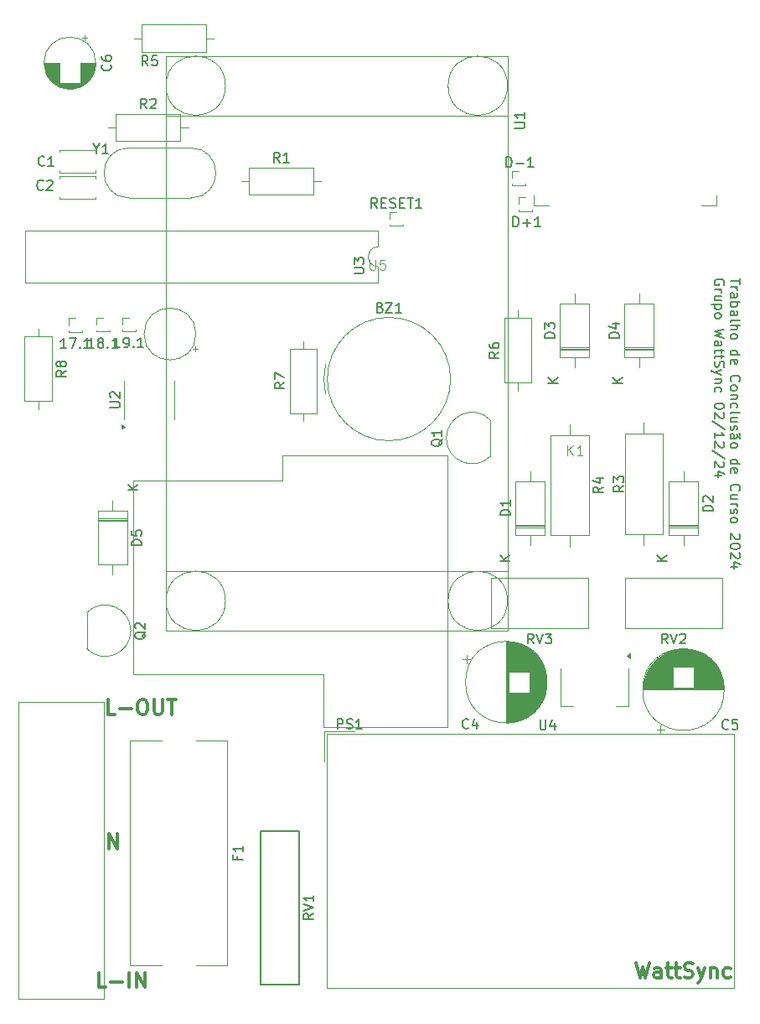
<source format=gbr>
%TF.GenerationSoftware,KiCad,Pcbnew,8.0.5*%
%TF.CreationDate,2024-10-29T06:52:38-03:00*%
%TF.ProjectId,WattSync,57617474-5379-46e6-932e-6b696361645f,rev?*%
%TF.SameCoordinates,Original*%
%TF.FileFunction,Legend,Top*%
%TF.FilePolarity,Positive*%
%FSLAX46Y46*%
G04 Gerber Fmt 4.6, Leading zero omitted, Abs format (unit mm)*
G04 Created by KiCad (PCBNEW 8.0.5) date 2024-10-29 06:52:38*
%MOMM*%
%LPD*%
G01*
G04 APERTURE LIST*
%ADD10C,0.300000*%
%ADD11C,0.200000*%
%ADD12C,0.150000*%
%ADD13C,0.100000*%
%ADD14C,0.120000*%
G04 APERTURE END LIST*
D10*
X76264510Y-120360828D02*
X76264510Y-118860828D01*
X76264510Y-118860828D02*
X77121653Y-120360828D01*
X77121653Y-120360828D02*
X77121653Y-118860828D01*
D11*
X140042724Y-62786816D02*
X140042724Y-63358244D01*
X139042724Y-63072530D02*
X140042724Y-63072530D01*
X139042724Y-63691578D02*
X139709391Y-63691578D01*
X139518915Y-63691578D02*
X139614153Y-63739197D01*
X139614153Y-63739197D02*
X139661772Y-63786816D01*
X139661772Y-63786816D02*
X139709391Y-63882054D01*
X139709391Y-63882054D02*
X139709391Y-63977292D01*
X139042724Y-64739197D02*
X139566534Y-64739197D01*
X139566534Y-64739197D02*
X139661772Y-64691578D01*
X139661772Y-64691578D02*
X139709391Y-64596340D01*
X139709391Y-64596340D02*
X139709391Y-64405864D01*
X139709391Y-64405864D02*
X139661772Y-64310626D01*
X139090344Y-64739197D02*
X139042724Y-64643959D01*
X139042724Y-64643959D02*
X139042724Y-64405864D01*
X139042724Y-64405864D02*
X139090344Y-64310626D01*
X139090344Y-64310626D02*
X139185582Y-64263007D01*
X139185582Y-64263007D02*
X139280820Y-64263007D01*
X139280820Y-64263007D02*
X139376058Y-64310626D01*
X139376058Y-64310626D02*
X139423677Y-64405864D01*
X139423677Y-64405864D02*
X139423677Y-64643959D01*
X139423677Y-64643959D02*
X139471296Y-64739197D01*
X139042724Y-65215388D02*
X140042724Y-65215388D01*
X139661772Y-65215388D02*
X139709391Y-65310626D01*
X139709391Y-65310626D02*
X139709391Y-65501102D01*
X139709391Y-65501102D02*
X139661772Y-65596340D01*
X139661772Y-65596340D02*
X139614153Y-65643959D01*
X139614153Y-65643959D02*
X139518915Y-65691578D01*
X139518915Y-65691578D02*
X139233201Y-65691578D01*
X139233201Y-65691578D02*
X139137963Y-65643959D01*
X139137963Y-65643959D02*
X139090344Y-65596340D01*
X139090344Y-65596340D02*
X139042724Y-65501102D01*
X139042724Y-65501102D02*
X139042724Y-65310626D01*
X139042724Y-65310626D02*
X139090344Y-65215388D01*
X139042724Y-66548721D02*
X139566534Y-66548721D01*
X139566534Y-66548721D02*
X139661772Y-66501102D01*
X139661772Y-66501102D02*
X139709391Y-66405864D01*
X139709391Y-66405864D02*
X139709391Y-66215388D01*
X139709391Y-66215388D02*
X139661772Y-66120150D01*
X139090344Y-66548721D02*
X139042724Y-66453483D01*
X139042724Y-66453483D02*
X139042724Y-66215388D01*
X139042724Y-66215388D02*
X139090344Y-66120150D01*
X139090344Y-66120150D02*
X139185582Y-66072531D01*
X139185582Y-66072531D02*
X139280820Y-66072531D01*
X139280820Y-66072531D02*
X139376058Y-66120150D01*
X139376058Y-66120150D02*
X139423677Y-66215388D01*
X139423677Y-66215388D02*
X139423677Y-66453483D01*
X139423677Y-66453483D02*
X139471296Y-66548721D01*
X139042724Y-67167769D02*
X139090344Y-67072531D01*
X139090344Y-67072531D02*
X139185582Y-67024912D01*
X139185582Y-67024912D02*
X140042724Y-67024912D01*
X139042724Y-67548722D02*
X140042724Y-67548722D01*
X139042724Y-67977293D02*
X139566534Y-67977293D01*
X139566534Y-67977293D02*
X139661772Y-67929674D01*
X139661772Y-67929674D02*
X139709391Y-67834436D01*
X139709391Y-67834436D02*
X139709391Y-67691579D01*
X139709391Y-67691579D02*
X139661772Y-67596341D01*
X139661772Y-67596341D02*
X139614153Y-67548722D01*
X139042724Y-68596341D02*
X139090344Y-68501103D01*
X139090344Y-68501103D02*
X139137963Y-68453484D01*
X139137963Y-68453484D02*
X139233201Y-68405865D01*
X139233201Y-68405865D02*
X139518915Y-68405865D01*
X139518915Y-68405865D02*
X139614153Y-68453484D01*
X139614153Y-68453484D02*
X139661772Y-68501103D01*
X139661772Y-68501103D02*
X139709391Y-68596341D01*
X139709391Y-68596341D02*
X139709391Y-68739198D01*
X139709391Y-68739198D02*
X139661772Y-68834436D01*
X139661772Y-68834436D02*
X139614153Y-68882055D01*
X139614153Y-68882055D02*
X139518915Y-68929674D01*
X139518915Y-68929674D02*
X139233201Y-68929674D01*
X139233201Y-68929674D02*
X139137963Y-68882055D01*
X139137963Y-68882055D02*
X139090344Y-68834436D01*
X139090344Y-68834436D02*
X139042724Y-68739198D01*
X139042724Y-68739198D02*
X139042724Y-68596341D01*
X139042724Y-70548722D02*
X140042724Y-70548722D01*
X139090344Y-70548722D02*
X139042724Y-70453484D01*
X139042724Y-70453484D02*
X139042724Y-70263008D01*
X139042724Y-70263008D02*
X139090344Y-70167770D01*
X139090344Y-70167770D02*
X139137963Y-70120151D01*
X139137963Y-70120151D02*
X139233201Y-70072532D01*
X139233201Y-70072532D02*
X139518915Y-70072532D01*
X139518915Y-70072532D02*
X139614153Y-70120151D01*
X139614153Y-70120151D02*
X139661772Y-70167770D01*
X139661772Y-70167770D02*
X139709391Y-70263008D01*
X139709391Y-70263008D02*
X139709391Y-70453484D01*
X139709391Y-70453484D02*
X139661772Y-70548722D01*
X139090344Y-71405865D02*
X139042724Y-71310627D01*
X139042724Y-71310627D02*
X139042724Y-71120151D01*
X139042724Y-71120151D02*
X139090344Y-71024913D01*
X139090344Y-71024913D02*
X139185582Y-70977294D01*
X139185582Y-70977294D02*
X139566534Y-70977294D01*
X139566534Y-70977294D02*
X139661772Y-71024913D01*
X139661772Y-71024913D02*
X139709391Y-71120151D01*
X139709391Y-71120151D02*
X139709391Y-71310627D01*
X139709391Y-71310627D02*
X139661772Y-71405865D01*
X139661772Y-71405865D02*
X139566534Y-71453484D01*
X139566534Y-71453484D02*
X139471296Y-71453484D01*
X139471296Y-71453484D02*
X139376058Y-70977294D01*
X139137963Y-73215389D02*
X139090344Y-73167770D01*
X139090344Y-73167770D02*
X139042724Y-73024913D01*
X139042724Y-73024913D02*
X139042724Y-72929675D01*
X139042724Y-72929675D02*
X139090344Y-72786818D01*
X139090344Y-72786818D02*
X139185582Y-72691580D01*
X139185582Y-72691580D02*
X139280820Y-72643961D01*
X139280820Y-72643961D02*
X139471296Y-72596342D01*
X139471296Y-72596342D02*
X139614153Y-72596342D01*
X139614153Y-72596342D02*
X139804629Y-72643961D01*
X139804629Y-72643961D02*
X139899867Y-72691580D01*
X139899867Y-72691580D02*
X139995105Y-72786818D01*
X139995105Y-72786818D02*
X140042724Y-72929675D01*
X140042724Y-72929675D02*
X140042724Y-73024913D01*
X140042724Y-73024913D02*
X139995105Y-73167770D01*
X139995105Y-73167770D02*
X139947486Y-73215389D01*
X139042724Y-73786818D02*
X139090344Y-73691580D01*
X139090344Y-73691580D02*
X139137963Y-73643961D01*
X139137963Y-73643961D02*
X139233201Y-73596342D01*
X139233201Y-73596342D02*
X139518915Y-73596342D01*
X139518915Y-73596342D02*
X139614153Y-73643961D01*
X139614153Y-73643961D02*
X139661772Y-73691580D01*
X139661772Y-73691580D02*
X139709391Y-73786818D01*
X139709391Y-73786818D02*
X139709391Y-73929675D01*
X139709391Y-73929675D02*
X139661772Y-74024913D01*
X139661772Y-74024913D02*
X139614153Y-74072532D01*
X139614153Y-74072532D02*
X139518915Y-74120151D01*
X139518915Y-74120151D02*
X139233201Y-74120151D01*
X139233201Y-74120151D02*
X139137963Y-74072532D01*
X139137963Y-74072532D02*
X139090344Y-74024913D01*
X139090344Y-74024913D02*
X139042724Y-73929675D01*
X139042724Y-73929675D02*
X139042724Y-73786818D01*
X139709391Y-74548723D02*
X139042724Y-74548723D01*
X139614153Y-74548723D02*
X139661772Y-74596342D01*
X139661772Y-74596342D02*
X139709391Y-74691580D01*
X139709391Y-74691580D02*
X139709391Y-74834437D01*
X139709391Y-74834437D02*
X139661772Y-74929675D01*
X139661772Y-74929675D02*
X139566534Y-74977294D01*
X139566534Y-74977294D02*
X139042724Y-74977294D01*
X139090344Y-75882056D02*
X139042724Y-75786818D01*
X139042724Y-75786818D02*
X139042724Y-75596342D01*
X139042724Y-75596342D02*
X139090344Y-75501104D01*
X139090344Y-75501104D02*
X139137963Y-75453485D01*
X139137963Y-75453485D02*
X139233201Y-75405866D01*
X139233201Y-75405866D02*
X139518915Y-75405866D01*
X139518915Y-75405866D02*
X139614153Y-75453485D01*
X139614153Y-75453485D02*
X139661772Y-75501104D01*
X139661772Y-75501104D02*
X139709391Y-75596342D01*
X139709391Y-75596342D02*
X139709391Y-75786818D01*
X139709391Y-75786818D02*
X139661772Y-75882056D01*
X139042724Y-76453485D02*
X139090344Y-76358247D01*
X139090344Y-76358247D02*
X139185582Y-76310628D01*
X139185582Y-76310628D02*
X140042724Y-76310628D01*
X139709391Y-77263009D02*
X139042724Y-77263009D01*
X139709391Y-76834438D02*
X139185582Y-76834438D01*
X139185582Y-76834438D02*
X139090344Y-76882057D01*
X139090344Y-76882057D02*
X139042724Y-76977295D01*
X139042724Y-76977295D02*
X139042724Y-77120152D01*
X139042724Y-77120152D02*
X139090344Y-77215390D01*
X139090344Y-77215390D02*
X139137963Y-77263009D01*
X139090344Y-77691581D02*
X139042724Y-77786819D01*
X139042724Y-77786819D02*
X139042724Y-77977295D01*
X139042724Y-77977295D02*
X139090344Y-78072533D01*
X139090344Y-78072533D02*
X139185582Y-78120152D01*
X139185582Y-78120152D02*
X139233201Y-78120152D01*
X139233201Y-78120152D02*
X139328439Y-78072533D01*
X139328439Y-78072533D02*
X139376058Y-77977295D01*
X139376058Y-77977295D02*
X139376058Y-77834438D01*
X139376058Y-77834438D02*
X139423677Y-77739200D01*
X139423677Y-77739200D02*
X139518915Y-77691581D01*
X139518915Y-77691581D02*
X139566534Y-77691581D01*
X139566534Y-77691581D02*
X139661772Y-77739200D01*
X139661772Y-77739200D02*
X139709391Y-77834438D01*
X139709391Y-77834438D02*
X139709391Y-77977295D01*
X139709391Y-77977295D02*
X139661772Y-78072533D01*
X139042724Y-78977295D02*
X139566534Y-78977295D01*
X139566534Y-78977295D02*
X139661772Y-78929676D01*
X139661772Y-78929676D02*
X139709391Y-78834438D01*
X139709391Y-78834438D02*
X139709391Y-78643962D01*
X139709391Y-78643962D02*
X139661772Y-78548724D01*
X139090344Y-78977295D02*
X139042724Y-78882057D01*
X139042724Y-78882057D02*
X139042724Y-78643962D01*
X139042724Y-78643962D02*
X139090344Y-78548724D01*
X139090344Y-78548724D02*
X139185582Y-78501105D01*
X139185582Y-78501105D02*
X139280820Y-78501105D01*
X139280820Y-78501105D02*
X139376058Y-78548724D01*
X139376058Y-78548724D02*
X139423677Y-78643962D01*
X139423677Y-78643962D02*
X139423677Y-78882057D01*
X139423677Y-78882057D02*
X139471296Y-78977295D01*
X139947486Y-78501105D02*
X139995105Y-78548724D01*
X139995105Y-78548724D02*
X140042724Y-78643962D01*
X140042724Y-78643962D02*
X139947486Y-78834438D01*
X139947486Y-78834438D02*
X139995105Y-78929676D01*
X139995105Y-78929676D02*
X140042724Y-78977295D01*
X139042724Y-79596343D02*
X139090344Y-79501105D01*
X139090344Y-79501105D02*
X139137963Y-79453486D01*
X139137963Y-79453486D02*
X139233201Y-79405867D01*
X139233201Y-79405867D02*
X139518915Y-79405867D01*
X139518915Y-79405867D02*
X139614153Y-79453486D01*
X139614153Y-79453486D02*
X139661772Y-79501105D01*
X139661772Y-79501105D02*
X139709391Y-79596343D01*
X139709391Y-79596343D02*
X139709391Y-79739200D01*
X139709391Y-79739200D02*
X139661772Y-79834438D01*
X139661772Y-79834438D02*
X139614153Y-79882057D01*
X139614153Y-79882057D02*
X139518915Y-79929676D01*
X139518915Y-79929676D02*
X139233201Y-79929676D01*
X139233201Y-79929676D02*
X139137963Y-79882057D01*
X139137963Y-79882057D02*
X139090344Y-79834438D01*
X139090344Y-79834438D02*
X139042724Y-79739200D01*
X139042724Y-79739200D02*
X139042724Y-79596343D01*
X139042724Y-81548724D02*
X140042724Y-81548724D01*
X139090344Y-81548724D02*
X139042724Y-81453486D01*
X139042724Y-81453486D02*
X139042724Y-81263010D01*
X139042724Y-81263010D02*
X139090344Y-81167772D01*
X139090344Y-81167772D02*
X139137963Y-81120153D01*
X139137963Y-81120153D02*
X139233201Y-81072534D01*
X139233201Y-81072534D02*
X139518915Y-81072534D01*
X139518915Y-81072534D02*
X139614153Y-81120153D01*
X139614153Y-81120153D02*
X139661772Y-81167772D01*
X139661772Y-81167772D02*
X139709391Y-81263010D01*
X139709391Y-81263010D02*
X139709391Y-81453486D01*
X139709391Y-81453486D02*
X139661772Y-81548724D01*
X139090344Y-82405867D02*
X139042724Y-82310629D01*
X139042724Y-82310629D02*
X139042724Y-82120153D01*
X139042724Y-82120153D02*
X139090344Y-82024915D01*
X139090344Y-82024915D02*
X139185582Y-81977296D01*
X139185582Y-81977296D02*
X139566534Y-81977296D01*
X139566534Y-81977296D02*
X139661772Y-82024915D01*
X139661772Y-82024915D02*
X139709391Y-82120153D01*
X139709391Y-82120153D02*
X139709391Y-82310629D01*
X139709391Y-82310629D02*
X139661772Y-82405867D01*
X139661772Y-82405867D02*
X139566534Y-82453486D01*
X139566534Y-82453486D02*
X139471296Y-82453486D01*
X139471296Y-82453486D02*
X139376058Y-81977296D01*
X139137963Y-84215391D02*
X139090344Y-84167772D01*
X139090344Y-84167772D02*
X139042724Y-84024915D01*
X139042724Y-84024915D02*
X139042724Y-83929677D01*
X139042724Y-83929677D02*
X139090344Y-83786820D01*
X139090344Y-83786820D02*
X139185582Y-83691582D01*
X139185582Y-83691582D02*
X139280820Y-83643963D01*
X139280820Y-83643963D02*
X139471296Y-83596344D01*
X139471296Y-83596344D02*
X139614153Y-83596344D01*
X139614153Y-83596344D02*
X139804629Y-83643963D01*
X139804629Y-83643963D02*
X139899867Y-83691582D01*
X139899867Y-83691582D02*
X139995105Y-83786820D01*
X139995105Y-83786820D02*
X140042724Y-83929677D01*
X140042724Y-83929677D02*
X140042724Y-84024915D01*
X140042724Y-84024915D02*
X139995105Y-84167772D01*
X139995105Y-84167772D02*
X139947486Y-84215391D01*
X139709391Y-85072534D02*
X139042724Y-85072534D01*
X139709391Y-84643963D02*
X139185582Y-84643963D01*
X139185582Y-84643963D02*
X139090344Y-84691582D01*
X139090344Y-84691582D02*
X139042724Y-84786820D01*
X139042724Y-84786820D02*
X139042724Y-84929677D01*
X139042724Y-84929677D02*
X139090344Y-85024915D01*
X139090344Y-85024915D02*
X139137963Y-85072534D01*
X139042724Y-85548725D02*
X139709391Y-85548725D01*
X139518915Y-85548725D02*
X139614153Y-85596344D01*
X139614153Y-85596344D02*
X139661772Y-85643963D01*
X139661772Y-85643963D02*
X139709391Y-85739201D01*
X139709391Y-85739201D02*
X139709391Y-85834439D01*
X139090344Y-86120154D02*
X139042724Y-86215392D01*
X139042724Y-86215392D02*
X139042724Y-86405868D01*
X139042724Y-86405868D02*
X139090344Y-86501106D01*
X139090344Y-86501106D02*
X139185582Y-86548725D01*
X139185582Y-86548725D02*
X139233201Y-86548725D01*
X139233201Y-86548725D02*
X139328439Y-86501106D01*
X139328439Y-86501106D02*
X139376058Y-86405868D01*
X139376058Y-86405868D02*
X139376058Y-86263011D01*
X139376058Y-86263011D02*
X139423677Y-86167773D01*
X139423677Y-86167773D02*
X139518915Y-86120154D01*
X139518915Y-86120154D02*
X139566534Y-86120154D01*
X139566534Y-86120154D02*
X139661772Y-86167773D01*
X139661772Y-86167773D02*
X139709391Y-86263011D01*
X139709391Y-86263011D02*
X139709391Y-86405868D01*
X139709391Y-86405868D02*
X139661772Y-86501106D01*
X139042724Y-87120154D02*
X139090344Y-87024916D01*
X139090344Y-87024916D02*
X139137963Y-86977297D01*
X139137963Y-86977297D02*
X139233201Y-86929678D01*
X139233201Y-86929678D02*
X139518915Y-86929678D01*
X139518915Y-86929678D02*
X139614153Y-86977297D01*
X139614153Y-86977297D02*
X139661772Y-87024916D01*
X139661772Y-87024916D02*
X139709391Y-87120154D01*
X139709391Y-87120154D02*
X139709391Y-87263011D01*
X139709391Y-87263011D02*
X139661772Y-87358249D01*
X139661772Y-87358249D02*
X139614153Y-87405868D01*
X139614153Y-87405868D02*
X139518915Y-87453487D01*
X139518915Y-87453487D02*
X139233201Y-87453487D01*
X139233201Y-87453487D02*
X139137963Y-87405868D01*
X139137963Y-87405868D02*
X139090344Y-87358249D01*
X139090344Y-87358249D02*
X139042724Y-87263011D01*
X139042724Y-87263011D02*
X139042724Y-87120154D01*
X139947486Y-88596345D02*
X139995105Y-88643964D01*
X139995105Y-88643964D02*
X140042724Y-88739202D01*
X140042724Y-88739202D02*
X140042724Y-88977297D01*
X140042724Y-88977297D02*
X139995105Y-89072535D01*
X139995105Y-89072535D02*
X139947486Y-89120154D01*
X139947486Y-89120154D02*
X139852248Y-89167773D01*
X139852248Y-89167773D02*
X139757010Y-89167773D01*
X139757010Y-89167773D02*
X139614153Y-89120154D01*
X139614153Y-89120154D02*
X139042724Y-88548726D01*
X139042724Y-88548726D02*
X139042724Y-89167773D01*
X140042724Y-89786821D02*
X140042724Y-89882059D01*
X140042724Y-89882059D02*
X139995105Y-89977297D01*
X139995105Y-89977297D02*
X139947486Y-90024916D01*
X139947486Y-90024916D02*
X139852248Y-90072535D01*
X139852248Y-90072535D02*
X139661772Y-90120154D01*
X139661772Y-90120154D02*
X139423677Y-90120154D01*
X139423677Y-90120154D02*
X139233201Y-90072535D01*
X139233201Y-90072535D02*
X139137963Y-90024916D01*
X139137963Y-90024916D02*
X139090344Y-89977297D01*
X139090344Y-89977297D02*
X139042724Y-89882059D01*
X139042724Y-89882059D02*
X139042724Y-89786821D01*
X139042724Y-89786821D02*
X139090344Y-89691583D01*
X139090344Y-89691583D02*
X139137963Y-89643964D01*
X139137963Y-89643964D02*
X139233201Y-89596345D01*
X139233201Y-89596345D02*
X139423677Y-89548726D01*
X139423677Y-89548726D02*
X139661772Y-89548726D01*
X139661772Y-89548726D02*
X139852248Y-89596345D01*
X139852248Y-89596345D02*
X139947486Y-89643964D01*
X139947486Y-89643964D02*
X139995105Y-89691583D01*
X139995105Y-89691583D02*
X140042724Y-89786821D01*
X139947486Y-90501107D02*
X139995105Y-90548726D01*
X139995105Y-90548726D02*
X140042724Y-90643964D01*
X140042724Y-90643964D02*
X140042724Y-90882059D01*
X140042724Y-90882059D02*
X139995105Y-90977297D01*
X139995105Y-90977297D02*
X139947486Y-91024916D01*
X139947486Y-91024916D02*
X139852248Y-91072535D01*
X139852248Y-91072535D02*
X139757010Y-91072535D01*
X139757010Y-91072535D02*
X139614153Y-91024916D01*
X139614153Y-91024916D02*
X139042724Y-90453488D01*
X139042724Y-90453488D02*
X139042724Y-91072535D01*
X139709391Y-91929678D02*
X139042724Y-91929678D01*
X140090344Y-91691583D02*
X139376058Y-91453488D01*
X139376058Y-91453488D02*
X139376058Y-92072535D01*
X138385161Y-63453482D02*
X138432780Y-63358244D01*
X138432780Y-63358244D02*
X138432780Y-63215387D01*
X138432780Y-63215387D02*
X138385161Y-63072530D01*
X138385161Y-63072530D02*
X138289923Y-62977292D01*
X138289923Y-62977292D02*
X138194685Y-62929673D01*
X138194685Y-62929673D02*
X138004209Y-62882054D01*
X138004209Y-62882054D02*
X137861352Y-62882054D01*
X137861352Y-62882054D02*
X137670876Y-62929673D01*
X137670876Y-62929673D02*
X137575638Y-62977292D01*
X137575638Y-62977292D02*
X137480400Y-63072530D01*
X137480400Y-63072530D02*
X137432780Y-63215387D01*
X137432780Y-63215387D02*
X137432780Y-63310625D01*
X137432780Y-63310625D02*
X137480400Y-63453482D01*
X137480400Y-63453482D02*
X137528019Y-63501101D01*
X137528019Y-63501101D02*
X137861352Y-63501101D01*
X137861352Y-63501101D02*
X137861352Y-63310625D01*
X137432780Y-63929673D02*
X138099447Y-63929673D01*
X137908971Y-63929673D02*
X138004209Y-63977292D01*
X138004209Y-63977292D02*
X138051828Y-64024911D01*
X138051828Y-64024911D02*
X138099447Y-64120149D01*
X138099447Y-64120149D02*
X138099447Y-64215387D01*
X138099447Y-64977292D02*
X137432780Y-64977292D01*
X138099447Y-64548721D02*
X137575638Y-64548721D01*
X137575638Y-64548721D02*
X137480400Y-64596340D01*
X137480400Y-64596340D02*
X137432780Y-64691578D01*
X137432780Y-64691578D02*
X137432780Y-64834435D01*
X137432780Y-64834435D02*
X137480400Y-64929673D01*
X137480400Y-64929673D02*
X137528019Y-64977292D01*
X138099447Y-65453483D02*
X137099447Y-65453483D01*
X138051828Y-65453483D02*
X138099447Y-65548721D01*
X138099447Y-65548721D02*
X138099447Y-65739197D01*
X138099447Y-65739197D02*
X138051828Y-65834435D01*
X138051828Y-65834435D02*
X138004209Y-65882054D01*
X138004209Y-65882054D02*
X137908971Y-65929673D01*
X137908971Y-65929673D02*
X137623257Y-65929673D01*
X137623257Y-65929673D02*
X137528019Y-65882054D01*
X137528019Y-65882054D02*
X137480400Y-65834435D01*
X137480400Y-65834435D02*
X137432780Y-65739197D01*
X137432780Y-65739197D02*
X137432780Y-65548721D01*
X137432780Y-65548721D02*
X137480400Y-65453483D01*
X137432780Y-66501102D02*
X137480400Y-66405864D01*
X137480400Y-66405864D02*
X137528019Y-66358245D01*
X137528019Y-66358245D02*
X137623257Y-66310626D01*
X137623257Y-66310626D02*
X137908971Y-66310626D01*
X137908971Y-66310626D02*
X138004209Y-66358245D01*
X138004209Y-66358245D02*
X138051828Y-66405864D01*
X138051828Y-66405864D02*
X138099447Y-66501102D01*
X138099447Y-66501102D02*
X138099447Y-66643959D01*
X138099447Y-66643959D02*
X138051828Y-66739197D01*
X138051828Y-66739197D02*
X138004209Y-66786816D01*
X138004209Y-66786816D02*
X137908971Y-66834435D01*
X137908971Y-66834435D02*
X137623257Y-66834435D01*
X137623257Y-66834435D02*
X137528019Y-66786816D01*
X137528019Y-66786816D02*
X137480400Y-66739197D01*
X137480400Y-66739197D02*
X137432780Y-66643959D01*
X137432780Y-66643959D02*
X137432780Y-66501102D01*
X138432780Y-67929674D02*
X137432780Y-68167769D01*
X137432780Y-68167769D02*
X138147066Y-68358245D01*
X138147066Y-68358245D02*
X137432780Y-68548721D01*
X137432780Y-68548721D02*
X138432780Y-68786817D01*
X137432780Y-69596340D02*
X137956590Y-69596340D01*
X137956590Y-69596340D02*
X138051828Y-69548721D01*
X138051828Y-69548721D02*
X138099447Y-69453483D01*
X138099447Y-69453483D02*
X138099447Y-69263007D01*
X138099447Y-69263007D02*
X138051828Y-69167769D01*
X137480400Y-69596340D02*
X137432780Y-69501102D01*
X137432780Y-69501102D02*
X137432780Y-69263007D01*
X137432780Y-69263007D02*
X137480400Y-69167769D01*
X137480400Y-69167769D02*
X137575638Y-69120150D01*
X137575638Y-69120150D02*
X137670876Y-69120150D01*
X137670876Y-69120150D02*
X137766114Y-69167769D01*
X137766114Y-69167769D02*
X137813733Y-69263007D01*
X137813733Y-69263007D02*
X137813733Y-69501102D01*
X137813733Y-69501102D02*
X137861352Y-69596340D01*
X138099447Y-69929674D02*
X138099447Y-70310626D01*
X138432780Y-70072531D02*
X137575638Y-70072531D01*
X137575638Y-70072531D02*
X137480400Y-70120150D01*
X137480400Y-70120150D02*
X137432780Y-70215388D01*
X137432780Y-70215388D02*
X137432780Y-70310626D01*
X138099447Y-70501103D02*
X138099447Y-70882055D01*
X138432780Y-70643960D02*
X137575638Y-70643960D01*
X137575638Y-70643960D02*
X137480400Y-70691579D01*
X137480400Y-70691579D02*
X137432780Y-70786817D01*
X137432780Y-70786817D02*
X137432780Y-70882055D01*
X137480400Y-71167770D02*
X137432780Y-71310627D01*
X137432780Y-71310627D02*
X137432780Y-71548722D01*
X137432780Y-71548722D02*
X137480400Y-71643960D01*
X137480400Y-71643960D02*
X137528019Y-71691579D01*
X137528019Y-71691579D02*
X137623257Y-71739198D01*
X137623257Y-71739198D02*
X137718495Y-71739198D01*
X137718495Y-71739198D02*
X137813733Y-71691579D01*
X137813733Y-71691579D02*
X137861352Y-71643960D01*
X137861352Y-71643960D02*
X137908971Y-71548722D01*
X137908971Y-71548722D02*
X137956590Y-71358246D01*
X137956590Y-71358246D02*
X138004209Y-71263008D01*
X138004209Y-71263008D02*
X138051828Y-71215389D01*
X138051828Y-71215389D02*
X138147066Y-71167770D01*
X138147066Y-71167770D02*
X138242304Y-71167770D01*
X138242304Y-71167770D02*
X138337542Y-71215389D01*
X138337542Y-71215389D02*
X138385161Y-71263008D01*
X138385161Y-71263008D02*
X138432780Y-71358246D01*
X138432780Y-71358246D02*
X138432780Y-71596341D01*
X138432780Y-71596341D02*
X138385161Y-71739198D01*
X138099447Y-72072532D02*
X137432780Y-72310627D01*
X138099447Y-72548722D02*
X137432780Y-72310627D01*
X137432780Y-72310627D02*
X137194685Y-72215389D01*
X137194685Y-72215389D02*
X137147066Y-72167770D01*
X137147066Y-72167770D02*
X137099447Y-72072532D01*
X138099447Y-72929675D02*
X137432780Y-72929675D01*
X138004209Y-72929675D02*
X138051828Y-72977294D01*
X138051828Y-72977294D02*
X138099447Y-73072532D01*
X138099447Y-73072532D02*
X138099447Y-73215389D01*
X138099447Y-73215389D02*
X138051828Y-73310627D01*
X138051828Y-73310627D02*
X137956590Y-73358246D01*
X137956590Y-73358246D02*
X137432780Y-73358246D01*
X137480400Y-74263008D02*
X137432780Y-74167770D01*
X137432780Y-74167770D02*
X137432780Y-73977294D01*
X137432780Y-73977294D02*
X137480400Y-73882056D01*
X137480400Y-73882056D02*
X137528019Y-73834437D01*
X137528019Y-73834437D02*
X137623257Y-73786818D01*
X137623257Y-73786818D02*
X137908971Y-73786818D01*
X137908971Y-73786818D02*
X138004209Y-73834437D01*
X138004209Y-73834437D02*
X138051828Y-73882056D01*
X138051828Y-73882056D02*
X138099447Y-73977294D01*
X138099447Y-73977294D02*
X138099447Y-74167770D01*
X138099447Y-74167770D02*
X138051828Y-74263008D01*
X138432780Y-75643961D02*
X138432780Y-75739199D01*
X138432780Y-75739199D02*
X138385161Y-75834437D01*
X138385161Y-75834437D02*
X138337542Y-75882056D01*
X138337542Y-75882056D02*
X138242304Y-75929675D01*
X138242304Y-75929675D02*
X138051828Y-75977294D01*
X138051828Y-75977294D02*
X137813733Y-75977294D01*
X137813733Y-75977294D02*
X137623257Y-75929675D01*
X137623257Y-75929675D02*
X137528019Y-75882056D01*
X137528019Y-75882056D02*
X137480400Y-75834437D01*
X137480400Y-75834437D02*
X137432780Y-75739199D01*
X137432780Y-75739199D02*
X137432780Y-75643961D01*
X137432780Y-75643961D02*
X137480400Y-75548723D01*
X137480400Y-75548723D02*
X137528019Y-75501104D01*
X137528019Y-75501104D02*
X137623257Y-75453485D01*
X137623257Y-75453485D02*
X137813733Y-75405866D01*
X137813733Y-75405866D02*
X138051828Y-75405866D01*
X138051828Y-75405866D02*
X138242304Y-75453485D01*
X138242304Y-75453485D02*
X138337542Y-75501104D01*
X138337542Y-75501104D02*
X138385161Y-75548723D01*
X138385161Y-75548723D02*
X138432780Y-75643961D01*
X138337542Y-76358247D02*
X138385161Y-76405866D01*
X138385161Y-76405866D02*
X138432780Y-76501104D01*
X138432780Y-76501104D02*
X138432780Y-76739199D01*
X138432780Y-76739199D02*
X138385161Y-76834437D01*
X138385161Y-76834437D02*
X138337542Y-76882056D01*
X138337542Y-76882056D02*
X138242304Y-76929675D01*
X138242304Y-76929675D02*
X138147066Y-76929675D01*
X138147066Y-76929675D02*
X138004209Y-76882056D01*
X138004209Y-76882056D02*
X137432780Y-76310628D01*
X137432780Y-76310628D02*
X137432780Y-76929675D01*
X138480400Y-78072532D02*
X137194685Y-77215390D01*
X137432780Y-78929675D02*
X137432780Y-78358247D01*
X137432780Y-78643961D02*
X138432780Y-78643961D01*
X138432780Y-78643961D02*
X138289923Y-78548723D01*
X138289923Y-78548723D02*
X138194685Y-78453485D01*
X138194685Y-78453485D02*
X138147066Y-78358247D01*
X138337542Y-79310628D02*
X138385161Y-79358247D01*
X138385161Y-79358247D02*
X138432780Y-79453485D01*
X138432780Y-79453485D02*
X138432780Y-79691580D01*
X138432780Y-79691580D02*
X138385161Y-79786818D01*
X138385161Y-79786818D02*
X138337542Y-79834437D01*
X138337542Y-79834437D02*
X138242304Y-79882056D01*
X138242304Y-79882056D02*
X138147066Y-79882056D01*
X138147066Y-79882056D02*
X138004209Y-79834437D01*
X138004209Y-79834437D02*
X137432780Y-79263009D01*
X137432780Y-79263009D02*
X137432780Y-79882056D01*
X138480400Y-81024913D02*
X137194685Y-80167771D01*
X138337542Y-81310628D02*
X138385161Y-81358247D01*
X138385161Y-81358247D02*
X138432780Y-81453485D01*
X138432780Y-81453485D02*
X138432780Y-81691580D01*
X138432780Y-81691580D02*
X138385161Y-81786818D01*
X138385161Y-81786818D02*
X138337542Y-81834437D01*
X138337542Y-81834437D02*
X138242304Y-81882056D01*
X138242304Y-81882056D02*
X138147066Y-81882056D01*
X138147066Y-81882056D02*
X138004209Y-81834437D01*
X138004209Y-81834437D02*
X137432780Y-81263009D01*
X137432780Y-81263009D02*
X137432780Y-81882056D01*
X138099447Y-82739199D02*
X137432780Y-82739199D01*
X138480400Y-82501104D02*
X137766114Y-82263009D01*
X137766114Y-82263009D02*
X137766114Y-82882056D01*
D10*
X75938796Y-134370828D02*
X75224510Y-134370828D01*
X75224510Y-134370828D02*
X75224510Y-132870828D01*
X76438796Y-133799400D02*
X77581654Y-133799400D01*
X78295939Y-134370828D02*
X78295939Y-132870828D01*
X79010225Y-134370828D02*
X79010225Y-132870828D01*
X79010225Y-132870828D02*
X79867368Y-134370828D01*
X79867368Y-134370828D02*
X79867368Y-132870828D01*
X76868796Y-106805912D02*
X76154510Y-106805912D01*
X76154510Y-106805912D02*
X76154510Y-105305912D01*
X77368796Y-106234484D02*
X78511654Y-106234484D01*
X79511654Y-105305912D02*
X79797368Y-105305912D01*
X79797368Y-105305912D02*
X79940225Y-105377341D01*
X79940225Y-105377341D02*
X80083082Y-105520198D01*
X80083082Y-105520198D02*
X80154511Y-105805912D01*
X80154511Y-105805912D02*
X80154511Y-106305912D01*
X80154511Y-106305912D02*
X80083082Y-106591626D01*
X80083082Y-106591626D02*
X79940225Y-106734484D01*
X79940225Y-106734484D02*
X79797368Y-106805912D01*
X79797368Y-106805912D02*
X79511654Y-106805912D01*
X79511654Y-106805912D02*
X79368797Y-106734484D01*
X79368797Y-106734484D02*
X79225939Y-106591626D01*
X79225939Y-106591626D02*
X79154511Y-106305912D01*
X79154511Y-106305912D02*
X79154511Y-105805912D01*
X79154511Y-105805912D02*
X79225939Y-105520198D01*
X79225939Y-105520198D02*
X79368797Y-105377341D01*
X79368797Y-105377341D02*
X79511654Y-105305912D01*
X80797368Y-105305912D02*
X80797368Y-106520198D01*
X80797368Y-106520198D02*
X80868797Y-106663055D01*
X80868797Y-106663055D02*
X80940226Y-106734484D01*
X80940226Y-106734484D02*
X81083083Y-106805912D01*
X81083083Y-106805912D02*
X81368797Y-106805912D01*
X81368797Y-106805912D02*
X81511654Y-106734484D01*
X81511654Y-106734484D02*
X81583083Y-106663055D01*
X81583083Y-106663055D02*
X81654511Y-106520198D01*
X81654511Y-106520198D02*
X81654511Y-105305912D01*
X82154512Y-105305912D02*
X83011655Y-105305912D01*
X82583083Y-106805912D02*
X82583083Y-105305912D01*
X129531653Y-131900828D02*
X129888796Y-133400828D01*
X129888796Y-133400828D02*
X130174510Y-132329400D01*
X130174510Y-132329400D02*
X130460225Y-133400828D01*
X130460225Y-133400828D02*
X130817368Y-131900828D01*
X132031654Y-133400828D02*
X132031654Y-132615114D01*
X132031654Y-132615114D02*
X131960225Y-132472257D01*
X131960225Y-132472257D02*
X131817368Y-132400828D01*
X131817368Y-132400828D02*
X131531654Y-132400828D01*
X131531654Y-132400828D02*
X131388796Y-132472257D01*
X132031654Y-133329400D02*
X131888796Y-133400828D01*
X131888796Y-133400828D02*
X131531654Y-133400828D01*
X131531654Y-133400828D02*
X131388796Y-133329400D01*
X131388796Y-133329400D02*
X131317368Y-133186542D01*
X131317368Y-133186542D02*
X131317368Y-133043685D01*
X131317368Y-133043685D02*
X131388796Y-132900828D01*
X131388796Y-132900828D02*
X131531654Y-132829400D01*
X131531654Y-132829400D02*
X131888796Y-132829400D01*
X131888796Y-132829400D02*
X132031654Y-132757971D01*
X132531654Y-132400828D02*
X133103082Y-132400828D01*
X132745939Y-131900828D02*
X132745939Y-133186542D01*
X132745939Y-133186542D02*
X132817368Y-133329400D01*
X132817368Y-133329400D02*
X132960225Y-133400828D01*
X132960225Y-133400828D02*
X133103082Y-133400828D01*
X133388797Y-132400828D02*
X133960225Y-132400828D01*
X133603082Y-131900828D02*
X133603082Y-133186542D01*
X133603082Y-133186542D02*
X133674511Y-133329400D01*
X133674511Y-133329400D02*
X133817368Y-133400828D01*
X133817368Y-133400828D02*
X133960225Y-133400828D01*
X134388797Y-133329400D02*
X134603083Y-133400828D01*
X134603083Y-133400828D02*
X134960225Y-133400828D01*
X134960225Y-133400828D02*
X135103083Y-133329400D01*
X135103083Y-133329400D02*
X135174511Y-133257971D01*
X135174511Y-133257971D02*
X135245940Y-133115114D01*
X135245940Y-133115114D02*
X135245940Y-132972257D01*
X135245940Y-132972257D02*
X135174511Y-132829400D01*
X135174511Y-132829400D02*
X135103083Y-132757971D01*
X135103083Y-132757971D02*
X134960225Y-132686542D01*
X134960225Y-132686542D02*
X134674511Y-132615114D01*
X134674511Y-132615114D02*
X134531654Y-132543685D01*
X134531654Y-132543685D02*
X134460225Y-132472257D01*
X134460225Y-132472257D02*
X134388797Y-132329400D01*
X134388797Y-132329400D02*
X134388797Y-132186542D01*
X134388797Y-132186542D02*
X134460225Y-132043685D01*
X134460225Y-132043685D02*
X134531654Y-131972257D01*
X134531654Y-131972257D02*
X134674511Y-131900828D01*
X134674511Y-131900828D02*
X135031654Y-131900828D01*
X135031654Y-131900828D02*
X135245940Y-131972257D01*
X135745939Y-132400828D02*
X136103082Y-133400828D01*
X136460225Y-132400828D02*
X136103082Y-133400828D01*
X136103082Y-133400828D02*
X135960225Y-133757971D01*
X135960225Y-133757971D02*
X135888796Y-133829400D01*
X135888796Y-133829400D02*
X135745939Y-133900828D01*
X137031653Y-132400828D02*
X137031653Y-133400828D01*
X137031653Y-132543685D02*
X137103082Y-132472257D01*
X137103082Y-132472257D02*
X137245939Y-132400828D01*
X137245939Y-132400828D02*
X137460225Y-132400828D01*
X137460225Y-132400828D02*
X137603082Y-132472257D01*
X137603082Y-132472257D02*
X137674511Y-132615114D01*
X137674511Y-132615114D02*
X137674511Y-133400828D01*
X139031654Y-133329400D02*
X138888796Y-133400828D01*
X138888796Y-133400828D02*
X138603082Y-133400828D01*
X138603082Y-133400828D02*
X138460225Y-133329400D01*
X138460225Y-133329400D02*
X138388796Y-133257971D01*
X138388796Y-133257971D02*
X138317368Y-133115114D01*
X138317368Y-133115114D02*
X138317368Y-132686542D01*
X138317368Y-132686542D02*
X138388796Y-132543685D01*
X138388796Y-132543685D02*
X138460225Y-132472257D01*
X138460225Y-132472257D02*
X138603082Y-132400828D01*
X138603082Y-132400828D02*
X138888796Y-132400828D01*
X138888796Y-132400828D02*
X139031654Y-132472257D01*
D12*
X74993809Y-49718628D02*
X74993809Y-50194819D01*
X74660476Y-49194819D02*
X74993809Y-49718628D01*
X74993809Y-49718628D02*
X75327142Y-49194819D01*
X76184285Y-50194819D02*
X75612857Y-50194819D01*
X75898571Y-50194819D02*
X75898571Y-49194819D01*
X75898571Y-49194819D02*
X75803333Y-49337676D01*
X75803333Y-49337676D02*
X75708095Y-49432914D01*
X75708095Y-49432914D02*
X75612857Y-49480533D01*
X138823333Y-108229580D02*
X138775714Y-108277200D01*
X138775714Y-108277200D02*
X138632857Y-108324819D01*
X138632857Y-108324819D02*
X138537619Y-108324819D01*
X138537619Y-108324819D02*
X138394762Y-108277200D01*
X138394762Y-108277200D02*
X138299524Y-108181961D01*
X138299524Y-108181961D02*
X138251905Y-108086723D01*
X138251905Y-108086723D02*
X138204286Y-107896247D01*
X138204286Y-107896247D02*
X138204286Y-107753390D01*
X138204286Y-107753390D02*
X138251905Y-107562914D01*
X138251905Y-107562914D02*
X138299524Y-107467676D01*
X138299524Y-107467676D02*
X138394762Y-107372438D01*
X138394762Y-107372438D02*
X138537619Y-107324819D01*
X138537619Y-107324819D02*
X138632857Y-107324819D01*
X138632857Y-107324819D02*
X138775714Y-107372438D01*
X138775714Y-107372438D02*
X138823333Y-107420057D01*
X139728095Y-107324819D02*
X139251905Y-107324819D01*
X139251905Y-107324819D02*
X139204286Y-107801009D01*
X139204286Y-107801009D02*
X139251905Y-107753390D01*
X139251905Y-107753390D02*
X139347143Y-107705771D01*
X139347143Y-107705771D02*
X139585238Y-107705771D01*
X139585238Y-107705771D02*
X139680476Y-107753390D01*
X139680476Y-107753390D02*
X139728095Y-107801009D01*
X139728095Y-107801009D02*
X139775714Y-107896247D01*
X139775714Y-107896247D02*
X139775714Y-108134342D01*
X139775714Y-108134342D02*
X139728095Y-108229580D01*
X139728095Y-108229580D02*
X139680476Y-108277200D01*
X139680476Y-108277200D02*
X139585238Y-108324819D01*
X139585238Y-108324819D02*
X139347143Y-108324819D01*
X139347143Y-108324819D02*
X139251905Y-108277200D01*
X139251905Y-108277200D02*
X139204286Y-108229580D01*
X103361428Y-55684819D02*
X103028095Y-55208628D01*
X102790000Y-55684819D02*
X102790000Y-54684819D01*
X102790000Y-54684819D02*
X103170952Y-54684819D01*
X103170952Y-54684819D02*
X103266190Y-54732438D01*
X103266190Y-54732438D02*
X103313809Y-54780057D01*
X103313809Y-54780057D02*
X103361428Y-54875295D01*
X103361428Y-54875295D02*
X103361428Y-55018152D01*
X103361428Y-55018152D02*
X103313809Y-55113390D01*
X103313809Y-55113390D02*
X103266190Y-55161009D01*
X103266190Y-55161009D02*
X103170952Y-55208628D01*
X103170952Y-55208628D02*
X102790000Y-55208628D01*
X103790000Y-55161009D02*
X104123333Y-55161009D01*
X104266190Y-55684819D02*
X103790000Y-55684819D01*
X103790000Y-55684819D02*
X103790000Y-54684819D01*
X103790000Y-54684819D02*
X104266190Y-54684819D01*
X104647143Y-55637200D02*
X104790000Y-55684819D01*
X104790000Y-55684819D02*
X105028095Y-55684819D01*
X105028095Y-55684819D02*
X105123333Y-55637200D01*
X105123333Y-55637200D02*
X105170952Y-55589580D01*
X105170952Y-55589580D02*
X105218571Y-55494342D01*
X105218571Y-55494342D02*
X105218571Y-55399104D01*
X105218571Y-55399104D02*
X105170952Y-55303866D01*
X105170952Y-55303866D02*
X105123333Y-55256247D01*
X105123333Y-55256247D02*
X105028095Y-55208628D01*
X105028095Y-55208628D02*
X104837619Y-55161009D01*
X104837619Y-55161009D02*
X104742381Y-55113390D01*
X104742381Y-55113390D02*
X104694762Y-55065771D01*
X104694762Y-55065771D02*
X104647143Y-54970533D01*
X104647143Y-54970533D02*
X104647143Y-54875295D01*
X104647143Y-54875295D02*
X104694762Y-54780057D01*
X104694762Y-54780057D02*
X104742381Y-54732438D01*
X104742381Y-54732438D02*
X104837619Y-54684819D01*
X104837619Y-54684819D02*
X105075714Y-54684819D01*
X105075714Y-54684819D02*
X105218571Y-54732438D01*
X105647143Y-55161009D02*
X105980476Y-55161009D01*
X106123333Y-55684819D02*
X105647143Y-55684819D01*
X105647143Y-55684819D02*
X105647143Y-54684819D01*
X105647143Y-54684819D02*
X106123333Y-54684819D01*
X106409048Y-54684819D02*
X106980476Y-54684819D01*
X106694762Y-55684819D02*
X106694762Y-54684819D01*
X107837619Y-55684819D02*
X107266191Y-55684819D01*
X107551905Y-55684819D02*
X107551905Y-54684819D01*
X107551905Y-54684819D02*
X107456667Y-54827676D01*
X107456667Y-54827676D02*
X107361429Y-54922914D01*
X107361429Y-54922914D02*
X107266191Y-54970533D01*
X79970057Y-98465238D02*
X79922438Y-98560476D01*
X79922438Y-98560476D02*
X79827200Y-98655714D01*
X79827200Y-98655714D02*
X79684342Y-98798571D01*
X79684342Y-98798571D02*
X79636723Y-98893809D01*
X79636723Y-98893809D02*
X79636723Y-98989047D01*
X79874819Y-98941428D02*
X79827200Y-99036666D01*
X79827200Y-99036666D02*
X79731961Y-99131904D01*
X79731961Y-99131904D02*
X79541485Y-99179523D01*
X79541485Y-99179523D02*
X79208152Y-99179523D01*
X79208152Y-99179523D02*
X79017676Y-99131904D01*
X79017676Y-99131904D02*
X78922438Y-99036666D01*
X78922438Y-99036666D02*
X78874819Y-98941428D01*
X78874819Y-98941428D02*
X78874819Y-98750952D01*
X78874819Y-98750952D02*
X78922438Y-98655714D01*
X78922438Y-98655714D02*
X79017676Y-98560476D01*
X79017676Y-98560476D02*
X79208152Y-98512857D01*
X79208152Y-98512857D02*
X79541485Y-98512857D01*
X79541485Y-98512857D02*
X79731961Y-98560476D01*
X79731961Y-98560476D02*
X79827200Y-98655714D01*
X79827200Y-98655714D02*
X79874819Y-98750952D01*
X79874819Y-98750952D02*
X79874819Y-98941428D01*
X78970057Y-98131904D02*
X78922438Y-98084285D01*
X78922438Y-98084285D02*
X78874819Y-97989047D01*
X78874819Y-97989047D02*
X78874819Y-97750952D01*
X78874819Y-97750952D02*
X78922438Y-97655714D01*
X78922438Y-97655714D02*
X78970057Y-97608095D01*
X78970057Y-97608095D02*
X79065295Y-97560476D01*
X79065295Y-97560476D02*
X79160533Y-97560476D01*
X79160533Y-97560476D02*
X79303390Y-97608095D01*
X79303390Y-97608095D02*
X79874819Y-98179523D01*
X79874819Y-98179523D02*
X79874819Y-97560476D01*
X71935238Y-69854819D02*
X71363810Y-69854819D01*
X71649524Y-69854819D02*
X71649524Y-68854819D01*
X71649524Y-68854819D02*
X71554286Y-68997676D01*
X71554286Y-68997676D02*
X71459048Y-69092914D01*
X71459048Y-69092914D02*
X71363810Y-69140533D01*
X72268572Y-68854819D02*
X72935238Y-68854819D01*
X72935238Y-68854819D02*
X72506667Y-69854819D01*
X73316191Y-69759580D02*
X73363810Y-69807200D01*
X73363810Y-69807200D02*
X73316191Y-69854819D01*
X73316191Y-69854819D02*
X73268572Y-69807200D01*
X73268572Y-69807200D02*
X73316191Y-69759580D01*
X73316191Y-69759580D02*
X73316191Y-69854819D01*
X74316190Y-69854819D02*
X73744762Y-69854819D01*
X74030476Y-69854819D02*
X74030476Y-68854819D01*
X74030476Y-68854819D02*
X73935238Y-68997676D01*
X73935238Y-68997676D02*
X73840000Y-69092914D01*
X73840000Y-69092914D02*
X73744762Y-69140533D01*
X115644819Y-70236666D02*
X115168628Y-70569999D01*
X115644819Y-70808094D02*
X114644819Y-70808094D01*
X114644819Y-70808094D02*
X114644819Y-70427142D01*
X114644819Y-70427142D02*
X114692438Y-70331904D01*
X114692438Y-70331904D02*
X114740057Y-70284285D01*
X114740057Y-70284285D02*
X114835295Y-70236666D01*
X114835295Y-70236666D02*
X114978152Y-70236666D01*
X114978152Y-70236666D02*
X115073390Y-70284285D01*
X115073390Y-70284285D02*
X115121009Y-70331904D01*
X115121009Y-70331904D02*
X115168628Y-70427142D01*
X115168628Y-70427142D02*
X115168628Y-70808094D01*
X114644819Y-69379523D02*
X114644819Y-69569999D01*
X114644819Y-69569999D02*
X114692438Y-69665237D01*
X114692438Y-69665237D02*
X114740057Y-69712856D01*
X114740057Y-69712856D02*
X114882914Y-69808094D01*
X114882914Y-69808094D02*
X115073390Y-69855713D01*
X115073390Y-69855713D02*
X115454342Y-69855713D01*
X115454342Y-69855713D02*
X115549580Y-69808094D01*
X115549580Y-69808094D02*
X115597200Y-69760475D01*
X115597200Y-69760475D02*
X115644819Y-69665237D01*
X115644819Y-69665237D02*
X115644819Y-69474761D01*
X115644819Y-69474761D02*
X115597200Y-69379523D01*
X115597200Y-69379523D02*
X115549580Y-69331904D01*
X115549580Y-69331904D02*
X115454342Y-69284285D01*
X115454342Y-69284285D02*
X115216247Y-69284285D01*
X115216247Y-69284285D02*
X115121009Y-69331904D01*
X115121009Y-69331904D02*
X115073390Y-69379523D01*
X115073390Y-69379523D02*
X115025771Y-69474761D01*
X115025771Y-69474761D02*
X115025771Y-69665237D01*
X115025771Y-69665237D02*
X115073390Y-69760475D01*
X115073390Y-69760475D02*
X115121009Y-69808094D01*
X115121009Y-69808094D02*
X115216247Y-69855713D01*
X137254819Y-86298094D02*
X136254819Y-86298094D01*
X136254819Y-86298094D02*
X136254819Y-86059999D01*
X136254819Y-86059999D02*
X136302438Y-85917142D01*
X136302438Y-85917142D02*
X136397676Y-85821904D01*
X136397676Y-85821904D02*
X136492914Y-85774285D01*
X136492914Y-85774285D02*
X136683390Y-85726666D01*
X136683390Y-85726666D02*
X136826247Y-85726666D01*
X136826247Y-85726666D02*
X137016723Y-85774285D01*
X137016723Y-85774285D02*
X137111961Y-85821904D01*
X137111961Y-85821904D02*
X137207200Y-85917142D01*
X137207200Y-85917142D02*
X137254819Y-86059999D01*
X137254819Y-86059999D02*
X137254819Y-86298094D01*
X136350057Y-85345713D02*
X136302438Y-85298094D01*
X136302438Y-85298094D02*
X136254819Y-85202856D01*
X136254819Y-85202856D02*
X136254819Y-84964761D01*
X136254819Y-84964761D02*
X136302438Y-84869523D01*
X136302438Y-84869523D02*
X136350057Y-84821904D01*
X136350057Y-84821904D02*
X136445295Y-84774285D01*
X136445295Y-84774285D02*
X136540533Y-84774285D01*
X136540533Y-84774285D02*
X136683390Y-84821904D01*
X136683390Y-84821904D02*
X137254819Y-85393332D01*
X137254819Y-85393332D02*
X137254819Y-84774285D01*
X132654819Y-91321904D02*
X131654819Y-91321904D01*
X132654819Y-90750476D02*
X132083390Y-91179047D01*
X131654819Y-90750476D02*
X132226247Y-91321904D01*
X119818095Y-107364819D02*
X119818095Y-108174342D01*
X119818095Y-108174342D02*
X119865714Y-108269580D01*
X119865714Y-108269580D02*
X119913333Y-108317200D01*
X119913333Y-108317200D02*
X120008571Y-108364819D01*
X120008571Y-108364819D02*
X120199047Y-108364819D01*
X120199047Y-108364819D02*
X120294285Y-108317200D01*
X120294285Y-108317200D02*
X120341904Y-108269580D01*
X120341904Y-108269580D02*
X120389523Y-108174342D01*
X120389523Y-108174342D02*
X120389523Y-107364819D01*
X121294285Y-107698152D02*
X121294285Y-108364819D01*
X121056190Y-107317200D02*
X120818095Y-108031485D01*
X120818095Y-108031485D02*
X121437142Y-108031485D01*
X116784819Y-86718094D02*
X115784819Y-86718094D01*
X115784819Y-86718094D02*
X115784819Y-86479999D01*
X115784819Y-86479999D02*
X115832438Y-86337142D01*
X115832438Y-86337142D02*
X115927676Y-86241904D01*
X115927676Y-86241904D02*
X116022914Y-86194285D01*
X116022914Y-86194285D02*
X116213390Y-86146666D01*
X116213390Y-86146666D02*
X116356247Y-86146666D01*
X116356247Y-86146666D02*
X116546723Y-86194285D01*
X116546723Y-86194285D02*
X116641961Y-86241904D01*
X116641961Y-86241904D02*
X116737200Y-86337142D01*
X116737200Y-86337142D02*
X116784819Y-86479999D01*
X116784819Y-86479999D02*
X116784819Y-86718094D01*
X116784819Y-85194285D02*
X116784819Y-85765713D01*
X116784819Y-85479999D02*
X115784819Y-85479999D01*
X115784819Y-85479999D02*
X115927676Y-85575237D01*
X115927676Y-85575237D02*
X116022914Y-85670475D01*
X116022914Y-85670475D02*
X116070533Y-85765713D01*
X116754819Y-91321904D02*
X115754819Y-91321904D01*
X116754819Y-90750476D02*
X116183390Y-91179047D01*
X115754819Y-90750476D02*
X116326247Y-91321904D01*
X80183333Y-41324819D02*
X79850000Y-40848628D01*
X79611905Y-41324819D02*
X79611905Y-40324819D01*
X79611905Y-40324819D02*
X79992857Y-40324819D01*
X79992857Y-40324819D02*
X80088095Y-40372438D01*
X80088095Y-40372438D02*
X80135714Y-40420057D01*
X80135714Y-40420057D02*
X80183333Y-40515295D01*
X80183333Y-40515295D02*
X80183333Y-40658152D01*
X80183333Y-40658152D02*
X80135714Y-40753390D01*
X80135714Y-40753390D02*
X80088095Y-40801009D01*
X80088095Y-40801009D02*
X79992857Y-40848628D01*
X79992857Y-40848628D02*
X79611905Y-40848628D01*
X81088095Y-40324819D02*
X80611905Y-40324819D01*
X80611905Y-40324819D02*
X80564286Y-40801009D01*
X80564286Y-40801009D02*
X80611905Y-40753390D01*
X80611905Y-40753390D02*
X80707143Y-40705771D01*
X80707143Y-40705771D02*
X80945238Y-40705771D01*
X80945238Y-40705771D02*
X81040476Y-40753390D01*
X81040476Y-40753390D02*
X81088095Y-40801009D01*
X81088095Y-40801009D02*
X81135714Y-40896247D01*
X81135714Y-40896247D02*
X81135714Y-41134342D01*
X81135714Y-41134342D02*
X81088095Y-41229580D01*
X81088095Y-41229580D02*
X81040476Y-41277200D01*
X81040476Y-41277200D02*
X80945238Y-41324819D01*
X80945238Y-41324819D02*
X80707143Y-41324819D01*
X80707143Y-41324819D02*
X80611905Y-41277200D01*
X80611905Y-41277200D02*
X80564286Y-41229580D01*
X116382857Y-51564819D02*
X116382857Y-50564819D01*
X116382857Y-50564819D02*
X116620952Y-50564819D01*
X116620952Y-50564819D02*
X116763809Y-50612438D01*
X116763809Y-50612438D02*
X116859047Y-50707676D01*
X116859047Y-50707676D02*
X116906666Y-50802914D01*
X116906666Y-50802914D02*
X116954285Y-50993390D01*
X116954285Y-50993390D02*
X116954285Y-51136247D01*
X116954285Y-51136247D02*
X116906666Y-51326723D01*
X116906666Y-51326723D02*
X116859047Y-51421961D01*
X116859047Y-51421961D02*
X116763809Y-51517200D01*
X116763809Y-51517200D02*
X116620952Y-51564819D01*
X116620952Y-51564819D02*
X116382857Y-51564819D01*
X117382857Y-51183866D02*
X118144762Y-51183866D01*
X119144761Y-51564819D02*
X118573333Y-51564819D01*
X118859047Y-51564819D02*
X118859047Y-50564819D01*
X118859047Y-50564819D02*
X118763809Y-50707676D01*
X118763809Y-50707676D02*
X118668571Y-50802914D01*
X118668571Y-50802914D02*
X118573333Y-50850533D01*
X71924819Y-72096666D02*
X71448628Y-72429999D01*
X71924819Y-72668094D02*
X70924819Y-72668094D01*
X70924819Y-72668094D02*
X70924819Y-72287142D01*
X70924819Y-72287142D02*
X70972438Y-72191904D01*
X70972438Y-72191904D02*
X71020057Y-72144285D01*
X71020057Y-72144285D02*
X71115295Y-72096666D01*
X71115295Y-72096666D02*
X71258152Y-72096666D01*
X71258152Y-72096666D02*
X71353390Y-72144285D01*
X71353390Y-72144285D02*
X71401009Y-72191904D01*
X71401009Y-72191904D02*
X71448628Y-72287142D01*
X71448628Y-72287142D02*
X71448628Y-72668094D01*
X71353390Y-71525237D02*
X71305771Y-71620475D01*
X71305771Y-71620475D02*
X71258152Y-71668094D01*
X71258152Y-71668094D02*
X71162914Y-71715713D01*
X71162914Y-71715713D02*
X71115295Y-71715713D01*
X71115295Y-71715713D02*
X71020057Y-71668094D01*
X71020057Y-71668094D02*
X70972438Y-71620475D01*
X70972438Y-71620475D02*
X70924819Y-71525237D01*
X70924819Y-71525237D02*
X70924819Y-71334761D01*
X70924819Y-71334761D02*
X70972438Y-71239523D01*
X70972438Y-71239523D02*
X71020057Y-71191904D01*
X71020057Y-71191904D02*
X71115295Y-71144285D01*
X71115295Y-71144285D02*
X71162914Y-71144285D01*
X71162914Y-71144285D02*
X71258152Y-71191904D01*
X71258152Y-71191904D02*
X71305771Y-71239523D01*
X71305771Y-71239523D02*
X71353390Y-71334761D01*
X71353390Y-71334761D02*
X71353390Y-71525237D01*
X71353390Y-71525237D02*
X71401009Y-71620475D01*
X71401009Y-71620475D02*
X71448628Y-71668094D01*
X71448628Y-71668094D02*
X71543866Y-71715713D01*
X71543866Y-71715713D02*
X71734342Y-71715713D01*
X71734342Y-71715713D02*
X71829580Y-71668094D01*
X71829580Y-71668094D02*
X71877200Y-71620475D01*
X71877200Y-71620475D02*
X71924819Y-71525237D01*
X71924819Y-71525237D02*
X71924819Y-71334761D01*
X71924819Y-71334761D02*
X71877200Y-71239523D01*
X71877200Y-71239523D02*
X71829580Y-71191904D01*
X71829580Y-71191904D02*
X71734342Y-71144285D01*
X71734342Y-71144285D02*
X71543866Y-71144285D01*
X71543866Y-71144285D02*
X71448628Y-71191904D01*
X71448628Y-71191904D02*
X71401009Y-71239523D01*
X71401009Y-71239523D02*
X71353390Y-71334761D01*
X128254819Y-83726666D02*
X127778628Y-84059999D01*
X128254819Y-84298094D02*
X127254819Y-84298094D01*
X127254819Y-84298094D02*
X127254819Y-83917142D01*
X127254819Y-83917142D02*
X127302438Y-83821904D01*
X127302438Y-83821904D02*
X127350057Y-83774285D01*
X127350057Y-83774285D02*
X127445295Y-83726666D01*
X127445295Y-83726666D02*
X127588152Y-83726666D01*
X127588152Y-83726666D02*
X127683390Y-83774285D01*
X127683390Y-83774285D02*
X127731009Y-83821904D01*
X127731009Y-83821904D02*
X127778628Y-83917142D01*
X127778628Y-83917142D02*
X127778628Y-84298094D01*
X127254819Y-83393332D02*
X127254819Y-82774285D01*
X127254819Y-82774285D02*
X127635771Y-83107618D01*
X127635771Y-83107618D02*
X127635771Y-82964761D01*
X127635771Y-82964761D02*
X127683390Y-82869523D01*
X127683390Y-82869523D02*
X127731009Y-82821904D01*
X127731009Y-82821904D02*
X127826247Y-82774285D01*
X127826247Y-82774285D02*
X128064342Y-82774285D01*
X128064342Y-82774285D02*
X128159580Y-82821904D01*
X128159580Y-82821904D02*
X128207200Y-82869523D01*
X128207200Y-82869523D02*
X128254819Y-82964761D01*
X128254819Y-82964761D02*
X128254819Y-83250475D01*
X128254819Y-83250475D02*
X128207200Y-83345713D01*
X128207200Y-83345713D02*
X128159580Y-83393332D01*
X117254819Y-47621904D02*
X118064342Y-47621904D01*
X118064342Y-47621904D02*
X118159580Y-47574285D01*
X118159580Y-47574285D02*
X118207200Y-47526666D01*
X118207200Y-47526666D02*
X118254819Y-47431428D01*
X118254819Y-47431428D02*
X118254819Y-47240952D01*
X118254819Y-47240952D02*
X118207200Y-47145714D01*
X118207200Y-47145714D02*
X118159580Y-47098095D01*
X118159580Y-47098095D02*
X118064342Y-47050476D01*
X118064342Y-47050476D02*
X117254819Y-47050476D01*
X118254819Y-46050476D02*
X118254819Y-46621904D01*
X118254819Y-46336190D02*
X117254819Y-46336190D01*
X117254819Y-46336190D02*
X117397676Y-46431428D01*
X117397676Y-46431428D02*
X117492914Y-46526666D01*
X117492914Y-46526666D02*
X117540533Y-46621904D01*
X93503333Y-51084819D02*
X93170000Y-50608628D01*
X92931905Y-51084819D02*
X92931905Y-50084819D01*
X92931905Y-50084819D02*
X93312857Y-50084819D01*
X93312857Y-50084819D02*
X93408095Y-50132438D01*
X93408095Y-50132438D02*
X93455714Y-50180057D01*
X93455714Y-50180057D02*
X93503333Y-50275295D01*
X93503333Y-50275295D02*
X93503333Y-50418152D01*
X93503333Y-50418152D02*
X93455714Y-50513390D01*
X93455714Y-50513390D02*
X93408095Y-50561009D01*
X93408095Y-50561009D02*
X93312857Y-50608628D01*
X93312857Y-50608628D02*
X92931905Y-50608628D01*
X94455714Y-51084819D02*
X93884286Y-51084819D01*
X94170000Y-51084819D02*
X94170000Y-50084819D01*
X94170000Y-50084819D02*
X94074762Y-50227676D01*
X94074762Y-50227676D02*
X93979524Y-50322914D01*
X93979524Y-50322914D02*
X93884286Y-50370533D01*
X121284819Y-68798094D02*
X120284819Y-68798094D01*
X120284819Y-68798094D02*
X120284819Y-68559999D01*
X120284819Y-68559999D02*
X120332438Y-68417142D01*
X120332438Y-68417142D02*
X120427676Y-68321904D01*
X120427676Y-68321904D02*
X120522914Y-68274285D01*
X120522914Y-68274285D02*
X120713390Y-68226666D01*
X120713390Y-68226666D02*
X120856247Y-68226666D01*
X120856247Y-68226666D02*
X121046723Y-68274285D01*
X121046723Y-68274285D02*
X121141961Y-68321904D01*
X121141961Y-68321904D02*
X121237200Y-68417142D01*
X121237200Y-68417142D02*
X121284819Y-68559999D01*
X121284819Y-68559999D02*
X121284819Y-68798094D01*
X120284819Y-67893332D02*
X120284819Y-67274285D01*
X120284819Y-67274285D02*
X120665771Y-67607618D01*
X120665771Y-67607618D02*
X120665771Y-67464761D01*
X120665771Y-67464761D02*
X120713390Y-67369523D01*
X120713390Y-67369523D02*
X120761009Y-67321904D01*
X120761009Y-67321904D02*
X120856247Y-67274285D01*
X120856247Y-67274285D02*
X121094342Y-67274285D01*
X121094342Y-67274285D02*
X121189580Y-67321904D01*
X121189580Y-67321904D02*
X121237200Y-67369523D01*
X121237200Y-67369523D02*
X121284819Y-67464761D01*
X121284819Y-67464761D02*
X121284819Y-67750475D01*
X121284819Y-67750475D02*
X121237200Y-67845713D01*
X121237200Y-67845713D02*
X121189580Y-67893332D01*
X121654819Y-73401904D02*
X120654819Y-73401904D01*
X121654819Y-72830476D02*
X121083390Y-73259047D01*
X120654819Y-72830476D02*
X121226247Y-73401904D01*
D13*
X122591905Y-80627419D02*
X122591905Y-79627419D01*
X123163333Y-80627419D02*
X122734762Y-80055990D01*
X123163333Y-79627419D02*
X122591905Y-80198847D01*
X124115714Y-80627419D02*
X123544286Y-80627419D01*
X123830000Y-80627419D02*
X123830000Y-79627419D01*
X123830000Y-79627419D02*
X123734762Y-79770276D01*
X123734762Y-79770276D02*
X123639524Y-79865514D01*
X123639524Y-79865514D02*
X123544286Y-79913133D01*
D12*
X101024819Y-62291904D02*
X101834342Y-62291904D01*
X101834342Y-62291904D02*
X101929580Y-62244285D01*
X101929580Y-62244285D02*
X101977200Y-62196666D01*
X101977200Y-62196666D02*
X102024819Y-62101428D01*
X102024819Y-62101428D02*
X102024819Y-61910952D01*
X102024819Y-61910952D02*
X101977200Y-61815714D01*
X101977200Y-61815714D02*
X101929580Y-61768095D01*
X101929580Y-61768095D02*
X101834342Y-61720476D01*
X101834342Y-61720476D02*
X101024819Y-61720476D01*
X101024819Y-61339523D02*
X101024819Y-60720476D01*
X101024819Y-60720476D02*
X101405771Y-61053809D01*
X101405771Y-61053809D02*
X101405771Y-60910952D01*
X101405771Y-60910952D02*
X101453390Y-60815714D01*
X101453390Y-60815714D02*
X101501009Y-60768095D01*
X101501009Y-60768095D02*
X101596247Y-60720476D01*
X101596247Y-60720476D02*
X101834342Y-60720476D01*
X101834342Y-60720476D02*
X101929580Y-60768095D01*
X101929580Y-60768095D02*
X101977200Y-60815714D01*
X101977200Y-60815714D02*
X102024819Y-60910952D01*
X102024819Y-60910952D02*
X102024819Y-61196666D01*
X102024819Y-61196666D02*
X101977200Y-61291904D01*
X101977200Y-61291904D02*
X101929580Y-61339523D01*
X119164761Y-99674819D02*
X118831428Y-99198628D01*
X118593333Y-99674819D02*
X118593333Y-98674819D01*
X118593333Y-98674819D02*
X118974285Y-98674819D01*
X118974285Y-98674819D02*
X119069523Y-98722438D01*
X119069523Y-98722438D02*
X119117142Y-98770057D01*
X119117142Y-98770057D02*
X119164761Y-98865295D01*
X119164761Y-98865295D02*
X119164761Y-99008152D01*
X119164761Y-99008152D02*
X119117142Y-99103390D01*
X119117142Y-99103390D02*
X119069523Y-99151009D01*
X119069523Y-99151009D02*
X118974285Y-99198628D01*
X118974285Y-99198628D02*
X118593333Y-99198628D01*
X119450476Y-98674819D02*
X119783809Y-99674819D01*
X119783809Y-99674819D02*
X120117142Y-98674819D01*
X120355238Y-98674819D02*
X120974285Y-98674819D01*
X120974285Y-98674819D02*
X120640952Y-99055771D01*
X120640952Y-99055771D02*
X120783809Y-99055771D01*
X120783809Y-99055771D02*
X120879047Y-99103390D01*
X120879047Y-99103390D02*
X120926666Y-99151009D01*
X120926666Y-99151009D02*
X120974285Y-99246247D01*
X120974285Y-99246247D02*
X120974285Y-99484342D01*
X120974285Y-99484342D02*
X120926666Y-99579580D01*
X120926666Y-99579580D02*
X120879047Y-99627200D01*
X120879047Y-99627200D02*
X120783809Y-99674819D01*
X120783809Y-99674819D02*
X120498095Y-99674819D01*
X120498095Y-99674819D02*
X120402857Y-99627200D01*
X120402857Y-99627200D02*
X120355238Y-99579580D01*
X76409580Y-41226666D02*
X76457200Y-41274285D01*
X76457200Y-41274285D02*
X76504819Y-41417142D01*
X76504819Y-41417142D02*
X76504819Y-41512380D01*
X76504819Y-41512380D02*
X76457200Y-41655237D01*
X76457200Y-41655237D02*
X76361961Y-41750475D01*
X76361961Y-41750475D02*
X76266723Y-41798094D01*
X76266723Y-41798094D02*
X76076247Y-41845713D01*
X76076247Y-41845713D02*
X75933390Y-41845713D01*
X75933390Y-41845713D02*
X75742914Y-41798094D01*
X75742914Y-41798094D02*
X75647676Y-41750475D01*
X75647676Y-41750475D02*
X75552438Y-41655237D01*
X75552438Y-41655237D02*
X75504819Y-41512380D01*
X75504819Y-41512380D02*
X75504819Y-41417142D01*
X75504819Y-41417142D02*
X75552438Y-41274285D01*
X75552438Y-41274285D02*
X75600057Y-41226666D01*
X75504819Y-40369523D02*
X75504819Y-40559999D01*
X75504819Y-40559999D02*
X75552438Y-40655237D01*
X75552438Y-40655237D02*
X75600057Y-40702856D01*
X75600057Y-40702856D02*
X75742914Y-40798094D01*
X75742914Y-40798094D02*
X75933390Y-40845713D01*
X75933390Y-40845713D02*
X76314342Y-40845713D01*
X76314342Y-40845713D02*
X76409580Y-40798094D01*
X76409580Y-40798094D02*
X76457200Y-40750475D01*
X76457200Y-40750475D02*
X76504819Y-40655237D01*
X76504819Y-40655237D02*
X76504819Y-40464761D01*
X76504819Y-40464761D02*
X76457200Y-40369523D01*
X76457200Y-40369523D02*
X76409580Y-40321904D01*
X76409580Y-40321904D02*
X76314342Y-40274285D01*
X76314342Y-40274285D02*
X76076247Y-40274285D01*
X76076247Y-40274285D02*
X75981009Y-40321904D01*
X75981009Y-40321904D02*
X75933390Y-40369523D01*
X75933390Y-40369523D02*
X75885771Y-40464761D01*
X75885771Y-40464761D02*
X75885771Y-40655237D01*
X75885771Y-40655237D02*
X75933390Y-40750475D01*
X75933390Y-40750475D02*
X75981009Y-40798094D01*
X75981009Y-40798094D02*
X76076247Y-40845713D01*
X109930057Y-79015238D02*
X109882438Y-79110476D01*
X109882438Y-79110476D02*
X109787200Y-79205714D01*
X109787200Y-79205714D02*
X109644342Y-79348571D01*
X109644342Y-79348571D02*
X109596723Y-79443809D01*
X109596723Y-79443809D02*
X109596723Y-79539047D01*
X109834819Y-79491428D02*
X109787200Y-79586666D01*
X109787200Y-79586666D02*
X109691961Y-79681904D01*
X109691961Y-79681904D02*
X109501485Y-79729523D01*
X109501485Y-79729523D02*
X109168152Y-79729523D01*
X109168152Y-79729523D02*
X108977676Y-79681904D01*
X108977676Y-79681904D02*
X108882438Y-79586666D01*
X108882438Y-79586666D02*
X108834819Y-79491428D01*
X108834819Y-79491428D02*
X108834819Y-79300952D01*
X108834819Y-79300952D02*
X108882438Y-79205714D01*
X108882438Y-79205714D02*
X108977676Y-79110476D01*
X108977676Y-79110476D02*
X109168152Y-79062857D01*
X109168152Y-79062857D02*
X109501485Y-79062857D01*
X109501485Y-79062857D02*
X109691961Y-79110476D01*
X109691961Y-79110476D02*
X109787200Y-79205714D01*
X109787200Y-79205714D02*
X109834819Y-79300952D01*
X109834819Y-79300952D02*
X109834819Y-79491428D01*
X109834819Y-78110476D02*
X109834819Y-78681904D01*
X109834819Y-78396190D02*
X108834819Y-78396190D01*
X108834819Y-78396190D02*
X108977676Y-78491428D01*
X108977676Y-78491428D02*
X109072914Y-78586666D01*
X109072914Y-78586666D02*
X109120533Y-78681904D01*
X69603333Y-53779580D02*
X69555714Y-53827200D01*
X69555714Y-53827200D02*
X69412857Y-53874819D01*
X69412857Y-53874819D02*
X69317619Y-53874819D01*
X69317619Y-53874819D02*
X69174762Y-53827200D01*
X69174762Y-53827200D02*
X69079524Y-53731961D01*
X69079524Y-53731961D02*
X69031905Y-53636723D01*
X69031905Y-53636723D02*
X68984286Y-53446247D01*
X68984286Y-53446247D02*
X68984286Y-53303390D01*
X68984286Y-53303390D02*
X69031905Y-53112914D01*
X69031905Y-53112914D02*
X69079524Y-53017676D01*
X69079524Y-53017676D02*
X69174762Y-52922438D01*
X69174762Y-52922438D02*
X69317619Y-52874819D01*
X69317619Y-52874819D02*
X69412857Y-52874819D01*
X69412857Y-52874819D02*
X69555714Y-52922438D01*
X69555714Y-52922438D02*
X69603333Y-52970057D01*
X69984286Y-52970057D02*
X70031905Y-52922438D01*
X70031905Y-52922438D02*
X70127143Y-52874819D01*
X70127143Y-52874819D02*
X70365238Y-52874819D01*
X70365238Y-52874819D02*
X70460476Y-52922438D01*
X70460476Y-52922438D02*
X70508095Y-52970057D01*
X70508095Y-52970057D02*
X70555714Y-53065295D01*
X70555714Y-53065295D02*
X70555714Y-53160533D01*
X70555714Y-53160533D02*
X70508095Y-53303390D01*
X70508095Y-53303390D02*
X69936667Y-53874819D01*
X69936667Y-53874819D02*
X70555714Y-53874819D01*
X69723333Y-51359580D02*
X69675714Y-51407200D01*
X69675714Y-51407200D02*
X69532857Y-51454819D01*
X69532857Y-51454819D02*
X69437619Y-51454819D01*
X69437619Y-51454819D02*
X69294762Y-51407200D01*
X69294762Y-51407200D02*
X69199524Y-51311961D01*
X69199524Y-51311961D02*
X69151905Y-51216723D01*
X69151905Y-51216723D02*
X69104286Y-51026247D01*
X69104286Y-51026247D02*
X69104286Y-50883390D01*
X69104286Y-50883390D02*
X69151905Y-50692914D01*
X69151905Y-50692914D02*
X69199524Y-50597676D01*
X69199524Y-50597676D02*
X69294762Y-50502438D01*
X69294762Y-50502438D02*
X69437619Y-50454819D01*
X69437619Y-50454819D02*
X69532857Y-50454819D01*
X69532857Y-50454819D02*
X69675714Y-50502438D01*
X69675714Y-50502438D02*
X69723333Y-50550057D01*
X70675714Y-51454819D02*
X70104286Y-51454819D01*
X70390000Y-51454819D02*
X70390000Y-50454819D01*
X70390000Y-50454819D02*
X70294762Y-50597676D01*
X70294762Y-50597676D02*
X70199524Y-50692914D01*
X70199524Y-50692914D02*
X70104286Y-50740533D01*
X103658263Y-65721009D02*
X103801120Y-65768628D01*
X103801120Y-65768628D02*
X103848739Y-65816247D01*
X103848739Y-65816247D02*
X103896358Y-65911485D01*
X103896358Y-65911485D02*
X103896358Y-66054342D01*
X103896358Y-66054342D02*
X103848739Y-66149580D01*
X103848739Y-66149580D02*
X103801120Y-66197200D01*
X103801120Y-66197200D02*
X103705882Y-66244819D01*
X103705882Y-66244819D02*
X103324930Y-66244819D01*
X103324930Y-66244819D02*
X103324930Y-65244819D01*
X103324930Y-65244819D02*
X103658263Y-65244819D01*
X103658263Y-65244819D02*
X103753501Y-65292438D01*
X103753501Y-65292438D02*
X103801120Y-65340057D01*
X103801120Y-65340057D02*
X103848739Y-65435295D01*
X103848739Y-65435295D02*
X103848739Y-65530533D01*
X103848739Y-65530533D02*
X103801120Y-65625771D01*
X103801120Y-65625771D02*
X103753501Y-65673390D01*
X103753501Y-65673390D02*
X103658263Y-65721009D01*
X103658263Y-65721009D02*
X103324930Y-65721009D01*
X104229692Y-65244819D02*
X104896358Y-65244819D01*
X104896358Y-65244819D02*
X104229692Y-66244819D01*
X104229692Y-66244819D02*
X104896358Y-66244819D01*
X105801120Y-66244819D02*
X105229692Y-66244819D01*
X105515406Y-66244819D02*
X105515406Y-65244819D01*
X105515406Y-65244819D02*
X105420168Y-65387676D01*
X105420168Y-65387676D02*
X105324930Y-65482914D01*
X105324930Y-65482914D02*
X105229692Y-65530533D01*
X80043333Y-45644819D02*
X79710000Y-45168628D01*
X79471905Y-45644819D02*
X79471905Y-44644819D01*
X79471905Y-44644819D02*
X79852857Y-44644819D01*
X79852857Y-44644819D02*
X79948095Y-44692438D01*
X79948095Y-44692438D02*
X79995714Y-44740057D01*
X79995714Y-44740057D02*
X80043333Y-44835295D01*
X80043333Y-44835295D02*
X80043333Y-44978152D01*
X80043333Y-44978152D02*
X79995714Y-45073390D01*
X79995714Y-45073390D02*
X79948095Y-45121009D01*
X79948095Y-45121009D02*
X79852857Y-45168628D01*
X79852857Y-45168628D02*
X79471905Y-45168628D01*
X80424286Y-44740057D02*
X80471905Y-44692438D01*
X80471905Y-44692438D02*
X80567143Y-44644819D01*
X80567143Y-44644819D02*
X80805238Y-44644819D01*
X80805238Y-44644819D02*
X80900476Y-44692438D01*
X80900476Y-44692438D02*
X80948095Y-44740057D01*
X80948095Y-44740057D02*
X80995714Y-44835295D01*
X80995714Y-44835295D02*
X80995714Y-44930533D01*
X80995714Y-44930533D02*
X80948095Y-45073390D01*
X80948095Y-45073390D02*
X80376667Y-45644819D01*
X80376667Y-45644819D02*
X80995714Y-45644819D01*
X93984819Y-73326666D02*
X93508628Y-73659999D01*
X93984819Y-73898094D02*
X92984819Y-73898094D01*
X92984819Y-73898094D02*
X92984819Y-73517142D01*
X92984819Y-73517142D02*
X93032438Y-73421904D01*
X93032438Y-73421904D02*
X93080057Y-73374285D01*
X93080057Y-73374285D02*
X93175295Y-73326666D01*
X93175295Y-73326666D02*
X93318152Y-73326666D01*
X93318152Y-73326666D02*
X93413390Y-73374285D01*
X93413390Y-73374285D02*
X93461009Y-73421904D01*
X93461009Y-73421904D02*
X93508628Y-73517142D01*
X93508628Y-73517142D02*
X93508628Y-73898094D01*
X92984819Y-72993332D02*
X92984819Y-72326666D01*
X92984819Y-72326666D02*
X93984819Y-72755237D01*
X127784819Y-68798094D02*
X126784819Y-68798094D01*
X126784819Y-68798094D02*
X126784819Y-68559999D01*
X126784819Y-68559999D02*
X126832438Y-68417142D01*
X126832438Y-68417142D02*
X126927676Y-68321904D01*
X126927676Y-68321904D02*
X127022914Y-68274285D01*
X127022914Y-68274285D02*
X127213390Y-68226666D01*
X127213390Y-68226666D02*
X127356247Y-68226666D01*
X127356247Y-68226666D02*
X127546723Y-68274285D01*
X127546723Y-68274285D02*
X127641961Y-68321904D01*
X127641961Y-68321904D02*
X127737200Y-68417142D01*
X127737200Y-68417142D02*
X127784819Y-68559999D01*
X127784819Y-68559999D02*
X127784819Y-68798094D01*
X127118152Y-67369523D02*
X127784819Y-67369523D01*
X126737200Y-67607618D02*
X127451485Y-67845713D01*
X127451485Y-67845713D02*
X127451485Y-67226666D01*
X128154819Y-73401904D02*
X127154819Y-73401904D01*
X128154819Y-72830476D02*
X127583390Y-73259047D01*
X127154819Y-72830476D02*
X127726247Y-73401904D01*
X112573333Y-108169580D02*
X112525714Y-108217200D01*
X112525714Y-108217200D02*
X112382857Y-108264819D01*
X112382857Y-108264819D02*
X112287619Y-108264819D01*
X112287619Y-108264819D02*
X112144762Y-108217200D01*
X112144762Y-108217200D02*
X112049524Y-108121961D01*
X112049524Y-108121961D02*
X112001905Y-108026723D01*
X112001905Y-108026723D02*
X111954286Y-107836247D01*
X111954286Y-107836247D02*
X111954286Y-107693390D01*
X111954286Y-107693390D02*
X112001905Y-107502914D01*
X112001905Y-107502914D02*
X112049524Y-107407676D01*
X112049524Y-107407676D02*
X112144762Y-107312438D01*
X112144762Y-107312438D02*
X112287619Y-107264819D01*
X112287619Y-107264819D02*
X112382857Y-107264819D01*
X112382857Y-107264819D02*
X112525714Y-107312438D01*
X112525714Y-107312438D02*
X112573333Y-107360057D01*
X113430476Y-107598152D02*
X113430476Y-108264819D01*
X113192381Y-107217200D02*
X112954286Y-107931485D01*
X112954286Y-107931485D02*
X113573333Y-107931485D01*
X77335238Y-69774819D02*
X76763810Y-69774819D01*
X77049524Y-69774819D02*
X77049524Y-68774819D01*
X77049524Y-68774819D02*
X76954286Y-68917676D01*
X76954286Y-68917676D02*
X76859048Y-69012914D01*
X76859048Y-69012914D02*
X76763810Y-69060533D01*
X77811429Y-69774819D02*
X78001905Y-69774819D01*
X78001905Y-69774819D02*
X78097143Y-69727200D01*
X78097143Y-69727200D02*
X78144762Y-69679580D01*
X78144762Y-69679580D02*
X78240000Y-69536723D01*
X78240000Y-69536723D02*
X78287619Y-69346247D01*
X78287619Y-69346247D02*
X78287619Y-68965295D01*
X78287619Y-68965295D02*
X78240000Y-68870057D01*
X78240000Y-68870057D02*
X78192381Y-68822438D01*
X78192381Y-68822438D02*
X78097143Y-68774819D01*
X78097143Y-68774819D02*
X77906667Y-68774819D01*
X77906667Y-68774819D02*
X77811429Y-68822438D01*
X77811429Y-68822438D02*
X77763810Y-68870057D01*
X77763810Y-68870057D02*
X77716191Y-68965295D01*
X77716191Y-68965295D02*
X77716191Y-69203390D01*
X77716191Y-69203390D02*
X77763810Y-69298628D01*
X77763810Y-69298628D02*
X77811429Y-69346247D01*
X77811429Y-69346247D02*
X77906667Y-69393866D01*
X77906667Y-69393866D02*
X78097143Y-69393866D01*
X78097143Y-69393866D02*
X78192381Y-69346247D01*
X78192381Y-69346247D02*
X78240000Y-69298628D01*
X78240000Y-69298628D02*
X78287619Y-69203390D01*
X78716191Y-69679580D02*
X78763810Y-69727200D01*
X78763810Y-69727200D02*
X78716191Y-69774819D01*
X78716191Y-69774819D02*
X78668572Y-69727200D01*
X78668572Y-69727200D02*
X78716191Y-69679580D01*
X78716191Y-69679580D02*
X78716191Y-69774819D01*
X79716190Y-69774819D02*
X79144762Y-69774819D01*
X79430476Y-69774819D02*
X79430476Y-68774819D01*
X79430476Y-68774819D02*
X79335238Y-68917676D01*
X79335238Y-68917676D02*
X79240000Y-69012914D01*
X79240000Y-69012914D02*
X79144762Y-69060533D01*
X126174819Y-83846666D02*
X125698628Y-84179999D01*
X126174819Y-84418094D02*
X125174819Y-84418094D01*
X125174819Y-84418094D02*
X125174819Y-84037142D01*
X125174819Y-84037142D02*
X125222438Y-83941904D01*
X125222438Y-83941904D02*
X125270057Y-83894285D01*
X125270057Y-83894285D02*
X125365295Y-83846666D01*
X125365295Y-83846666D02*
X125508152Y-83846666D01*
X125508152Y-83846666D02*
X125603390Y-83894285D01*
X125603390Y-83894285D02*
X125651009Y-83941904D01*
X125651009Y-83941904D02*
X125698628Y-84037142D01*
X125698628Y-84037142D02*
X125698628Y-84418094D01*
X125508152Y-82989523D02*
X126174819Y-82989523D01*
X125127200Y-83227618D02*
X125841485Y-83465713D01*
X125841485Y-83465713D02*
X125841485Y-82846666D01*
X99328214Y-108267319D02*
X99328214Y-107267319D01*
X99328214Y-107267319D02*
X99709166Y-107267319D01*
X99709166Y-107267319D02*
X99804404Y-107314938D01*
X99804404Y-107314938D02*
X99852023Y-107362557D01*
X99852023Y-107362557D02*
X99899642Y-107457795D01*
X99899642Y-107457795D02*
X99899642Y-107600652D01*
X99899642Y-107600652D02*
X99852023Y-107695890D01*
X99852023Y-107695890D02*
X99804404Y-107743509D01*
X99804404Y-107743509D02*
X99709166Y-107791128D01*
X99709166Y-107791128D02*
X99328214Y-107791128D01*
X100280595Y-108219700D02*
X100423452Y-108267319D01*
X100423452Y-108267319D02*
X100661547Y-108267319D01*
X100661547Y-108267319D02*
X100756785Y-108219700D01*
X100756785Y-108219700D02*
X100804404Y-108172080D01*
X100804404Y-108172080D02*
X100852023Y-108076842D01*
X100852023Y-108076842D02*
X100852023Y-107981604D01*
X100852023Y-107981604D02*
X100804404Y-107886366D01*
X100804404Y-107886366D02*
X100756785Y-107838747D01*
X100756785Y-107838747D02*
X100661547Y-107791128D01*
X100661547Y-107791128D02*
X100471071Y-107743509D01*
X100471071Y-107743509D02*
X100375833Y-107695890D01*
X100375833Y-107695890D02*
X100328214Y-107648271D01*
X100328214Y-107648271D02*
X100280595Y-107553033D01*
X100280595Y-107553033D02*
X100280595Y-107457795D01*
X100280595Y-107457795D02*
X100328214Y-107362557D01*
X100328214Y-107362557D02*
X100375833Y-107314938D01*
X100375833Y-107314938D02*
X100471071Y-107267319D01*
X100471071Y-107267319D02*
X100709166Y-107267319D01*
X100709166Y-107267319D02*
X100852023Y-107314938D01*
X101804404Y-108267319D02*
X101232976Y-108267319D01*
X101518690Y-108267319D02*
X101518690Y-107267319D01*
X101518690Y-107267319D02*
X101423452Y-107410176D01*
X101423452Y-107410176D02*
X101328214Y-107505414D01*
X101328214Y-107505414D02*
X101232976Y-107553033D01*
X79534819Y-89728094D02*
X78534819Y-89728094D01*
X78534819Y-89728094D02*
X78534819Y-89489999D01*
X78534819Y-89489999D02*
X78582438Y-89347142D01*
X78582438Y-89347142D02*
X78677676Y-89251904D01*
X78677676Y-89251904D02*
X78772914Y-89204285D01*
X78772914Y-89204285D02*
X78963390Y-89156666D01*
X78963390Y-89156666D02*
X79106247Y-89156666D01*
X79106247Y-89156666D02*
X79296723Y-89204285D01*
X79296723Y-89204285D02*
X79391961Y-89251904D01*
X79391961Y-89251904D02*
X79487200Y-89347142D01*
X79487200Y-89347142D02*
X79534819Y-89489999D01*
X79534819Y-89489999D02*
X79534819Y-89728094D01*
X78534819Y-88251904D02*
X78534819Y-88728094D01*
X78534819Y-88728094D02*
X79011009Y-88775713D01*
X79011009Y-88775713D02*
X78963390Y-88728094D01*
X78963390Y-88728094D02*
X78915771Y-88632856D01*
X78915771Y-88632856D02*
X78915771Y-88394761D01*
X78915771Y-88394761D02*
X78963390Y-88299523D01*
X78963390Y-88299523D02*
X79011009Y-88251904D01*
X79011009Y-88251904D02*
X79106247Y-88204285D01*
X79106247Y-88204285D02*
X79344342Y-88204285D01*
X79344342Y-88204285D02*
X79439580Y-88251904D01*
X79439580Y-88251904D02*
X79487200Y-88299523D01*
X79487200Y-88299523D02*
X79534819Y-88394761D01*
X79534819Y-88394761D02*
X79534819Y-88632856D01*
X79534819Y-88632856D02*
X79487200Y-88728094D01*
X79487200Y-88728094D02*
X79439580Y-88775713D01*
X79164819Y-84171904D02*
X78164819Y-84171904D01*
X79164819Y-83600476D02*
X78593390Y-84029047D01*
X78164819Y-83600476D02*
X78736247Y-84171904D01*
X76354819Y-75821904D02*
X77164342Y-75821904D01*
X77164342Y-75821904D02*
X77259580Y-75774285D01*
X77259580Y-75774285D02*
X77307200Y-75726666D01*
X77307200Y-75726666D02*
X77354819Y-75631428D01*
X77354819Y-75631428D02*
X77354819Y-75440952D01*
X77354819Y-75440952D02*
X77307200Y-75345714D01*
X77307200Y-75345714D02*
X77259580Y-75298095D01*
X77259580Y-75298095D02*
X77164342Y-75250476D01*
X77164342Y-75250476D02*
X76354819Y-75250476D01*
X76450057Y-74821904D02*
X76402438Y-74774285D01*
X76402438Y-74774285D02*
X76354819Y-74679047D01*
X76354819Y-74679047D02*
X76354819Y-74440952D01*
X76354819Y-74440952D02*
X76402438Y-74345714D01*
X76402438Y-74345714D02*
X76450057Y-74298095D01*
X76450057Y-74298095D02*
X76545295Y-74250476D01*
X76545295Y-74250476D02*
X76640533Y-74250476D01*
X76640533Y-74250476D02*
X76783390Y-74298095D01*
X76783390Y-74298095D02*
X77354819Y-74869523D01*
X77354819Y-74869523D02*
X77354819Y-74250476D01*
X74735238Y-69824819D02*
X74163810Y-69824819D01*
X74449524Y-69824819D02*
X74449524Y-68824819D01*
X74449524Y-68824819D02*
X74354286Y-68967676D01*
X74354286Y-68967676D02*
X74259048Y-69062914D01*
X74259048Y-69062914D02*
X74163810Y-69110533D01*
X75306667Y-69253390D02*
X75211429Y-69205771D01*
X75211429Y-69205771D02*
X75163810Y-69158152D01*
X75163810Y-69158152D02*
X75116191Y-69062914D01*
X75116191Y-69062914D02*
X75116191Y-69015295D01*
X75116191Y-69015295D02*
X75163810Y-68920057D01*
X75163810Y-68920057D02*
X75211429Y-68872438D01*
X75211429Y-68872438D02*
X75306667Y-68824819D01*
X75306667Y-68824819D02*
X75497143Y-68824819D01*
X75497143Y-68824819D02*
X75592381Y-68872438D01*
X75592381Y-68872438D02*
X75640000Y-68920057D01*
X75640000Y-68920057D02*
X75687619Y-69015295D01*
X75687619Y-69015295D02*
X75687619Y-69062914D01*
X75687619Y-69062914D02*
X75640000Y-69158152D01*
X75640000Y-69158152D02*
X75592381Y-69205771D01*
X75592381Y-69205771D02*
X75497143Y-69253390D01*
X75497143Y-69253390D02*
X75306667Y-69253390D01*
X75306667Y-69253390D02*
X75211429Y-69301009D01*
X75211429Y-69301009D02*
X75163810Y-69348628D01*
X75163810Y-69348628D02*
X75116191Y-69443866D01*
X75116191Y-69443866D02*
X75116191Y-69634342D01*
X75116191Y-69634342D02*
X75163810Y-69729580D01*
X75163810Y-69729580D02*
X75211429Y-69777200D01*
X75211429Y-69777200D02*
X75306667Y-69824819D01*
X75306667Y-69824819D02*
X75497143Y-69824819D01*
X75497143Y-69824819D02*
X75592381Y-69777200D01*
X75592381Y-69777200D02*
X75640000Y-69729580D01*
X75640000Y-69729580D02*
X75687619Y-69634342D01*
X75687619Y-69634342D02*
X75687619Y-69443866D01*
X75687619Y-69443866D02*
X75640000Y-69348628D01*
X75640000Y-69348628D02*
X75592381Y-69301009D01*
X75592381Y-69301009D02*
X75497143Y-69253390D01*
X76116191Y-69729580D02*
X76163810Y-69777200D01*
X76163810Y-69777200D02*
X76116191Y-69824819D01*
X76116191Y-69824819D02*
X76068572Y-69777200D01*
X76068572Y-69777200D02*
X76116191Y-69729580D01*
X76116191Y-69729580D02*
X76116191Y-69824819D01*
X77116190Y-69824819D02*
X76544762Y-69824819D01*
X76830476Y-69824819D02*
X76830476Y-68824819D01*
X76830476Y-68824819D02*
X76735238Y-68967676D01*
X76735238Y-68967676D02*
X76640000Y-69062914D01*
X76640000Y-69062914D02*
X76544762Y-69110533D01*
X132704761Y-99674819D02*
X132371428Y-99198628D01*
X132133333Y-99674819D02*
X132133333Y-98674819D01*
X132133333Y-98674819D02*
X132514285Y-98674819D01*
X132514285Y-98674819D02*
X132609523Y-98722438D01*
X132609523Y-98722438D02*
X132657142Y-98770057D01*
X132657142Y-98770057D02*
X132704761Y-98865295D01*
X132704761Y-98865295D02*
X132704761Y-99008152D01*
X132704761Y-99008152D02*
X132657142Y-99103390D01*
X132657142Y-99103390D02*
X132609523Y-99151009D01*
X132609523Y-99151009D02*
X132514285Y-99198628D01*
X132514285Y-99198628D02*
X132133333Y-99198628D01*
X132990476Y-98674819D02*
X133323809Y-99674819D01*
X133323809Y-99674819D02*
X133657142Y-98674819D01*
X133942857Y-98770057D02*
X133990476Y-98722438D01*
X133990476Y-98722438D02*
X134085714Y-98674819D01*
X134085714Y-98674819D02*
X134323809Y-98674819D01*
X134323809Y-98674819D02*
X134419047Y-98722438D01*
X134419047Y-98722438D02*
X134466666Y-98770057D01*
X134466666Y-98770057D02*
X134514285Y-98865295D01*
X134514285Y-98865295D02*
X134514285Y-98960533D01*
X134514285Y-98960533D02*
X134466666Y-99103390D01*
X134466666Y-99103390D02*
X133895238Y-99674819D01*
X133895238Y-99674819D02*
X134514285Y-99674819D01*
X96904819Y-126905238D02*
X96428628Y-127238571D01*
X96904819Y-127476666D02*
X95904819Y-127476666D01*
X95904819Y-127476666D02*
X95904819Y-127095714D01*
X95904819Y-127095714D02*
X95952438Y-127000476D01*
X95952438Y-127000476D02*
X96000057Y-126952857D01*
X96000057Y-126952857D02*
X96095295Y-126905238D01*
X96095295Y-126905238D02*
X96238152Y-126905238D01*
X96238152Y-126905238D02*
X96333390Y-126952857D01*
X96333390Y-126952857D02*
X96381009Y-127000476D01*
X96381009Y-127000476D02*
X96428628Y-127095714D01*
X96428628Y-127095714D02*
X96428628Y-127476666D01*
X95904819Y-126619523D02*
X96904819Y-126286190D01*
X96904819Y-126286190D02*
X95904819Y-125952857D01*
X96904819Y-125095714D02*
X96904819Y-125667142D01*
X96904819Y-125381428D02*
X95904819Y-125381428D01*
X95904819Y-125381428D02*
X96047676Y-125476666D01*
X96047676Y-125476666D02*
X96142914Y-125571904D01*
X96142914Y-125571904D02*
X96190533Y-125667142D01*
X89231009Y-121143333D02*
X89231009Y-121476666D01*
X89754819Y-121476666D02*
X88754819Y-121476666D01*
X88754819Y-121476666D02*
X88754819Y-121000476D01*
X89754819Y-120095714D02*
X89754819Y-120667142D01*
X89754819Y-120381428D02*
X88754819Y-120381428D01*
X88754819Y-120381428D02*
X88897676Y-120476666D01*
X88897676Y-120476666D02*
X88992914Y-120571904D01*
X88992914Y-120571904D02*
X89040533Y-120667142D01*
X117092857Y-57564819D02*
X117092857Y-56564819D01*
X117092857Y-56564819D02*
X117330952Y-56564819D01*
X117330952Y-56564819D02*
X117473809Y-56612438D01*
X117473809Y-56612438D02*
X117569047Y-56707676D01*
X117569047Y-56707676D02*
X117616666Y-56802914D01*
X117616666Y-56802914D02*
X117664285Y-56993390D01*
X117664285Y-56993390D02*
X117664285Y-57136247D01*
X117664285Y-57136247D02*
X117616666Y-57326723D01*
X117616666Y-57326723D02*
X117569047Y-57421961D01*
X117569047Y-57421961D02*
X117473809Y-57517200D01*
X117473809Y-57517200D02*
X117330952Y-57564819D01*
X117330952Y-57564819D02*
X117092857Y-57564819D01*
X118092857Y-57183866D02*
X118854762Y-57183866D01*
X118473809Y-57564819D02*
X118473809Y-56802914D01*
X119854761Y-57564819D02*
X119283333Y-57564819D01*
X119569047Y-57564819D02*
X119569047Y-56564819D01*
X119569047Y-56564819D02*
X119473809Y-56707676D01*
X119473809Y-56707676D02*
X119378571Y-56802914D01*
X119378571Y-56802914D02*
X119283333Y-56850533D01*
D13*
X102608095Y-60917419D02*
X102608095Y-61726942D01*
X102608095Y-61726942D02*
X102655714Y-61822180D01*
X102655714Y-61822180D02*
X102703333Y-61869800D01*
X102703333Y-61869800D02*
X102798571Y-61917419D01*
X102798571Y-61917419D02*
X102989047Y-61917419D01*
X102989047Y-61917419D02*
X103084285Y-61869800D01*
X103084285Y-61869800D02*
X103131904Y-61822180D01*
X103131904Y-61822180D02*
X103179523Y-61726942D01*
X103179523Y-61726942D02*
X103179523Y-60917419D01*
X104131904Y-60917419D02*
X103655714Y-60917419D01*
X103655714Y-60917419D02*
X103608095Y-61393609D01*
X103608095Y-61393609D02*
X103655714Y-61345990D01*
X103655714Y-61345990D02*
X103750952Y-61298371D01*
X103750952Y-61298371D02*
X103989047Y-61298371D01*
X103989047Y-61298371D02*
X104084285Y-61345990D01*
X104084285Y-61345990D02*
X104131904Y-61393609D01*
X104131904Y-61393609D02*
X104179523Y-61488847D01*
X104179523Y-61488847D02*
X104179523Y-61726942D01*
X104179523Y-61726942D02*
X104131904Y-61822180D01*
X104131904Y-61822180D02*
X104084285Y-61869800D01*
X104084285Y-61869800D02*
X103989047Y-61917419D01*
X103989047Y-61917419D02*
X103750952Y-61917419D01*
X103750952Y-61917419D02*
X103655714Y-61869800D01*
X103655714Y-61869800D02*
X103608095Y-61822180D01*
D14*
%TO.C,Y1*%
X84525000Y-49625000D02*
X78275000Y-49625000D01*
X84525000Y-54675000D02*
X78275000Y-54675000D01*
X78275000Y-54675000D02*
G75*
G02*
X78275000Y-49625000I0J2525000D01*
G01*
X84525000Y-49625000D02*
G75*
G02*
X84525000Y-54675000I0J-2525000D01*
G01*
%TO.C,C5*%
X130220000Y-104230000D02*
X138380000Y-104230000D01*
X130220000Y-104270000D02*
X138380000Y-104270000D01*
X130220000Y-104310000D02*
X138380000Y-104310000D01*
X130221000Y-104190000D02*
X138379000Y-104190000D01*
X130223000Y-104150000D02*
X138377000Y-104150000D01*
X130224000Y-104110000D02*
X138376000Y-104110000D01*
X130226000Y-104070000D02*
X133260000Y-104070000D01*
X130229000Y-104030000D02*
X133260000Y-104030000D01*
X130232000Y-103990000D02*
X133260000Y-103990000D01*
X130235000Y-103950000D02*
X133260000Y-103950000D01*
X130239000Y-103910000D02*
X133260000Y-103910000D01*
X130243000Y-103870000D02*
X133260000Y-103870000D01*
X130248000Y-103830000D02*
X133260000Y-103830000D01*
X130252000Y-103790000D02*
X133260000Y-103790000D01*
X130258000Y-103750000D02*
X133260000Y-103750000D01*
X130263000Y-103710000D02*
X133260000Y-103710000D01*
X130270000Y-103670000D02*
X133260000Y-103670000D01*
X130276000Y-103630000D02*
X133260000Y-103630000D01*
X130283000Y-103589000D02*
X133260000Y-103589000D01*
X130290000Y-103549000D02*
X133260000Y-103549000D01*
X130298000Y-103509000D02*
X133260000Y-103509000D01*
X130306000Y-103469000D02*
X133260000Y-103469000D01*
X130315000Y-103429000D02*
X133260000Y-103429000D01*
X130324000Y-103389000D02*
X133260000Y-103389000D01*
X130333000Y-103349000D02*
X133260000Y-103349000D01*
X130343000Y-103309000D02*
X133260000Y-103309000D01*
X130353000Y-103269000D02*
X133260000Y-103269000D01*
X130364000Y-103229000D02*
X133260000Y-103229000D01*
X130375000Y-103189000D02*
X133260000Y-103189000D01*
X130386000Y-103149000D02*
X133260000Y-103149000D01*
X130398000Y-103109000D02*
X133260000Y-103109000D01*
X130411000Y-103069000D02*
X133260000Y-103069000D01*
X130423000Y-103029000D02*
X133260000Y-103029000D01*
X130437000Y-102989000D02*
X133260000Y-102989000D01*
X130450000Y-102949000D02*
X133260000Y-102949000D01*
X130465000Y-102909000D02*
X133260000Y-102909000D01*
X130479000Y-102869000D02*
X133260000Y-102869000D01*
X130495000Y-102829000D02*
X133260000Y-102829000D01*
X130510000Y-102789000D02*
X133260000Y-102789000D01*
X130526000Y-102749000D02*
X133260000Y-102749000D01*
X130543000Y-102709000D02*
X133260000Y-102709000D01*
X130560000Y-102669000D02*
X133260000Y-102669000D01*
X130578000Y-102629000D02*
X133260000Y-102629000D01*
X130596000Y-102589000D02*
X133260000Y-102589000D01*
X130614000Y-102549000D02*
X133260000Y-102549000D01*
X130634000Y-102509000D02*
X133260000Y-102509000D01*
X130653000Y-102469000D02*
X133260000Y-102469000D01*
X130673000Y-102429000D02*
X133260000Y-102429000D01*
X130694000Y-102389000D02*
X133260000Y-102389000D01*
X130716000Y-102349000D02*
X133260000Y-102349000D01*
X130738000Y-102309000D02*
X133260000Y-102309000D01*
X130760000Y-102269000D02*
X133260000Y-102269000D01*
X130783000Y-102229000D02*
X133260000Y-102229000D01*
X130807000Y-102189000D02*
X133260000Y-102189000D01*
X130831000Y-102149000D02*
X133260000Y-102149000D01*
X130856000Y-102109000D02*
X133260000Y-102109000D01*
X130882000Y-102069000D02*
X133260000Y-102069000D01*
X130908000Y-102029000D02*
X133260000Y-102029000D01*
X130935000Y-101989000D02*
X137665000Y-101989000D01*
X130962000Y-101949000D02*
X137638000Y-101949000D01*
X130991000Y-101909000D02*
X137609000Y-101909000D01*
X131020000Y-101869000D02*
X137580000Y-101869000D01*
X131050000Y-101829000D02*
X137550000Y-101829000D01*
X131080000Y-101789000D02*
X137520000Y-101789000D01*
X131111000Y-101749000D02*
X137489000Y-101749000D01*
X131144000Y-101709000D02*
X137456000Y-101709000D01*
X131176000Y-101669000D02*
X137424000Y-101669000D01*
X131210000Y-101629000D02*
X137390000Y-101629000D01*
X131245000Y-101589000D02*
X137355000Y-101589000D01*
X131281000Y-101549000D02*
X137319000Y-101549000D01*
X131317000Y-101509000D02*
X137283000Y-101509000D01*
X131355000Y-101469000D02*
X137245000Y-101469000D01*
X131393000Y-101429000D02*
X137207000Y-101429000D01*
X131433000Y-101389000D02*
X137167000Y-101389000D01*
X131474000Y-101349000D02*
X137126000Y-101349000D01*
X131516000Y-101309000D02*
X137084000Y-101309000D01*
X131559000Y-101269000D02*
X137041000Y-101269000D01*
X131585000Y-108319698D02*
X132385000Y-108319698D01*
X131603000Y-101229000D02*
X136997000Y-101229000D01*
X131649000Y-101189000D02*
X136951000Y-101189000D01*
X131696000Y-101149000D02*
X136904000Y-101149000D01*
X131744000Y-101109000D02*
X136856000Y-101109000D01*
X131795000Y-101069000D02*
X136805000Y-101069000D01*
X131846000Y-101029000D02*
X136754000Y-101029000D01*
X131900000Y-100989000D02*
X136700000Y-100989000D01*
X131955000Y-100949000D02*
X136645000Y-100949000D01*
X131985000Y-108719698D02*
X131985000Y-107919698D01*
X132013000Y-100909000D02*
X136587000Y-100909000D01*
X132072000Y-100869000D02*
X136528000Y-100869000D01*
X132134000Y-100829000D02*
X136466000Y-100829000D01*
X132198000Y-100789000D02*
X136402000Y-100789000D01*
X132266000Y-100749000D02*
X136334000Y-100749000D01*
X132336000Y-100709000D02*
X136264000Y-100709000D01*
X132410000Y-100669000D02*
X136190000Y-100669000D01*
X132487000Y-100629000D02*
X136113000Y-100629000D01*
X132569000Y-100589000D02*
X136031000Y-100589000D01*
X132655000Y-100549000D02*
X135945000Y-100549000D01*
X132748000Y-100509000D02*
X135852000Y-100509000D01*
X132847000Y-100469000D02*
X135753000Y-100469000D01*
X132954000Y-100429000D02*
X135646000Y-100429000D01*
X133071000Y-100389000D02*
X135529000Y-100389000D01*
X133202000Y-100349000D02*
X135398000Y-100349000D01*
X133352000Y-100309000D02*
X135248000Y-100309000D01*
X133532000Y-100269000D02*
X135068000Y-100269000D01*
X133767000Y-100229000D02*
X134833000Y-100229000D01*
X135340000Y-102029000D02*
X137692000Y-102029000D01*
X135340000Y-102069000D02*
X137718000Y-102069000D01*
X135340000Y-102109000D02*
X137744000Y-102109000D01*
X135340000Y-102149000D02*
X137769000Y-102149000D01*
X135340000Y-102189000D02*
X137793000Y-102189000D01*
X135340000Y-102229000D02*
X137817000Y-102229000D01*
X135340000Y-102269000D02*
X137840000Y-102269000D01*
X135340000Y-102309000D02*
X137862000Y-102309000D01*
X135340000Y-102349000D02*
X137884000Y-102349000D01*
X135340000Y-102389000D02*
X137906000Y-102389000D01*
X135340000Y-102429000D02*
X137927000Y-102429000D01*
X135340000Y-102469000D02*
X137947000Y-102469000D01*
X135340000Y-102509000D02*
X137966000Y-102509000D01*
X135340000Y-102549000D02*
X137986000Y-102549000D01*
X135340000Y-102589000D02*
X138004000Y-102589000D01*
X135340000Y-102629000D02*
X138022000Y-102629000D01*
X135340000Y-102669000D02*
X138040000Y-102669000D01*
X135340000Y-102709000D02*
X138057000Y-102709000D01*
X135340000Y-102749000D02*
X138074000Y-102749000D01*
X135340000Y-102789000D02*
X138090000Y-102789000D01*
X135340000Y-102829000D02*
X138105000Y-102829000D01*
X135340000Y-102869000D02*
X138121000Y-102869000D01*
X135340000Y-102909000D02*
X138135000Y-102909000D01*
X135340000Y-102949000D02*
X138150000Y-102949000D01*
X135340000Y-102989000D02*
X138163000Y-102989000D01*
X135340000Y-103029000D02*
X138177000Y-103029000D01*
X135340000Y-103069000D02*
X138189000Y-103069000D01*
X135340000Y-103109000D02*
X138202000Y-103109000D01*
X135340000Y-103149000D02*
X138214000Y-103149000D01*
X135340000Y-103189000D02*
X138225000Y-103189000D01*
X135340000Y-103229000D02*
X138236000Y-103229000D01*
X135340000Y-103269000D02*
X138247000Y-103269000D01*
X135340000Y-103309000D02*
X138257000Y-103309000D01*
X135340000Y-103349000D02*
X138267000Y-103349000D01*
X135340000Y-103389000D02*
X138276000Y-103389000D01*
X135340000Y-103429000D02*
X138285000Y-103429000D01*
X135340000Y-103469000D02*
X138294000Y-103469000D01*
X135340000Y-103509000D02*
X138302000Y-103509000D01*
X135340000Y-103549000D02*
X138310000Y-103549000D01*
X135340000Y-103589000D02*
X138317000Y-103589000D01*
X135340000Y-103630000D02*
X138324000Y-103630000D01*
X135340000Y-103670000D02*
X138330000Y-103670000D01*
X135340000Y-103710000D02*
X138337000Y-103710000D01*
X135340000Y-103750000D02*
X138342000Y-103750000D01*
X135340000Y-103790000D02*
X138348000Y-103790000D01*
X135340000Y-103830000D02*
X138352000Y-103830000D01*
X135340000Y-103870000D02*
X138357000Y-103870000D01*
X135340000Y-103910000D02*
X138361000Y-103910000D01*
X135340000Y-103950000D02*
X138365000Y-103950000D01*
X135340000Y-103990000D02*
X138368000Y-103990000D01*
X135340000Y-104030000D02*
X138371000Y-104030000D01*
X135340000Y-104070000D02*
X138374000Y-104070000D01*
X138420000Y-104310000D02*
G75*
G02*
X130180000Y-104310000I-4120000J0D01*
G01*
X130180000Y-104310000D02*
G75*
G02*
X138420000Y-104310000I4120000J0D01*
G01*
%TO.C,RESET1*%
X104595000Y-56105000D02*
X105290000Y-56105000D01*
X104595000Y-56790000D02*
X104595000Y-56105000D01*
X104595000Y-57475000D02*
X104595000Y-57350000D01*
X104595000Y-57475000D02*
X104681724Y-57475000D01*
X104595000Y-57475000D02*
X105985000Y-57475000D01*
X105898276Y-57475000D02*
X105985000Y-57475000D01*
X105985000Y-57475000D02*
X105985000Y-57350000D01*
%TO.C,Q2*%
X74010000Y-96570000D02*
X74010000Y-100170000D01*
X74021522Y-96531522D02*
G75*
G02*
X78460001Y-98370000I1838478J-1838478D01*
G01*
X78460000Y-98370000D02*
G75*
G02*
X74021522Y-100208478I-2600000J0D01*
G01*
%TO.C,17.1*%
X72165000Y-66825000D02*
X72860000Y-66825000D01*
X72165000Y-67510000D02*
X72165000Y-66825000D01*
X72165000Y-68195000D02*
X72165000Y-68070000D01*
X72165000Y-68195000D02*
X72251724Y-68195000D01*
X72165000Y-68195000D02*
X73555000Y-68195000D01*
X73468276Y-68195000D02*
X73555000Y-68195000D01*
X73555000Y-68195000D02*
X73555000Y-68070000D01*
%TO.C,R6*%
X116190000Y-66800000D02*
X116190000Y-73340000D01*
X116190000Y-73340000D02*
X118930000Y-73340000D01*
X117560000Y-66030000D02*
X117560000Y-66800000D01*
X117560000Y-74110000D02*
X117560000Y-73340000D01*
X118930000Y-66800000D02*
X116190000Y-66800000D01*
X118930000Y-73340000D02*
X118930000Y-66800000D01*
%TO.C,D2*%
X132830000Y-83260000D02*
X132830000Y-88700000D01*
X132830000Y-87680000D02*
X135770000Y-87680000D01*
X132830000Y-87800000D02*
X135770000Y-87800000D01*
X132830000Y-87920000D02*
X135770000Y-87920000D01*
X132830000Y-88700000D02*
X135770000Y-88700000D01*
X134300000Y-82240000D02*
X134300000Y-83260000D01*
X134300000Y-89720000D02*
X134300000Y-88700000D01*
X135770000Y-83260000D02*
X132830000Y-83260000D01*
X135770000Y-88700000D02*
X135770000Y-83260000D01*
%TO.C,U4*%
X121890000Y-102210000D02*
X121890000Y-105970000D01*
X121890000Y-105970000D02*
X123150000Y-105970000D01*
X128710000Y-102210000D02*
X128710000Y-105970000D01*
X128710000Y-105970000D02*
X127450000Y-105970000D01*
X128940000Y-101170000D02*
X128610000Y-100930000D01*
X128940000Y-100690000D01*
X128940000Y-101170000D01*
G36*
X128940000Y-101170000D02*
G01*
X128610000Y-100930000D01*
X128940000Y-100690000D01*
X128940000Y-101170000D01*
G37*
%TO.C,D1*%
X117330000Y-83260000D02*
X117330000Y-88700000D01*
X117330000Y-87680000D02*
X120270000Y-87680000D01*
X117330000Y-87800000D02*
X120270000Y-87800000D01*
X117330000Y-87920000D02*
X120270000Y-87920000D01*
X117330000Y-88700000D02*
X120270000Y-88700000D01*
X118800000Y-82240000D02*
X118800000Y-83260000D01*
X118800000Y-89720000D02*
X118800000Y-88700000D01*
X120270000Y-83260000D02*
X117330000Y-83260000D01*
X120270000Y-88700000D02*
X120270000Y-83260000D01*
%TO.C,R5*%
X78760000Y-38560000D02*
X79530000Y-38560000D01*
X79530000Y-37190000D02*
X79530000Y-39930000D01*
X79530000Y-39930000D02*
X86070000Y-39930000D01*
X86070000Y-37190000D02*
X79530000Y-37190000D01*
X86070000Y-39930000D02*
X86070000Y-37190000D01*
X86840000Y-38560000D02*
X86070000Y-38560000D01*
%TO.C,D-1*%
X116955000Y-51995000D02*
X117650000Y-51995000D01*
X116955000Y-52680000D02*
X116955000Y-51995000D01*
X116955000Y-53365000D02*
X116955000Y-53240000D01*
X116955000Y-53365000D02*
X117041724Y-53365000D01*
X116955000Y-53365000D02*
X118345000Y-53365000D01*
X118258276Y-53365000D02*
X118345000Y-53365000D01*
X118345000Y-53365000D02*
X118345000Y-53240000D01*
%TO.C,R8*%
X67730000Y-68660000D02*
X67730000Y-75200000D01*
X67730000Y-75200000D02*
X70470000Y-75200000D01*
X69100000Y-67890000D02*
X69100000Y-68660000D01*
X69100000Y-75970000D02*
X69100000Y-75200000D01*
X70470000Y-68660000D02*
X67730000Y-68660000D01*
X70470000Y-75200000D02*
X70470000Y-68660000D01*
%TO.C,R3*%
X128380000Y-78490000D02*
X128380000Y-88630000D01*
X128380000Y-88630000D02*
X132220000Y-88630000D01*
X130300000Y-77380000D02*
X130300000Y-78490000D01*
X130300000Y-89740000D02*
X130300000Y-88630000D01*
X132220000Y-78490000D02*
X128380000Y-78490000D01*
X132220000Y-88630000D02*
X132220000Y-78490000D01*
%TO.C,U1*%
X119200000Y-54450000D02*
X119200000Y-55450000D01*
X119200000Y-55450000D02*
X120700000Y-55450000D01*
X137600000Y-55450000D02*
X136100000Y-55450000D01*
X137600000Y-55450000D02*
X137600000Y-54450000D01*
%TO.C,R1*%
X89630000Y-53000000D02*
X90400000Y-53000000D01*
X90400000Y-51630000D02*
X90400000Y-54370000D01*
X90400000Y-54370000D02*
X96940000Y-54370000D01*
X96940000Y-51630000D02*
X90400000Y-51630000D01*
X96940000Y-54370000D02*
X96940000Y-51630000D01*
X97710000Y-53000000D02*
X96940000Y-53000000D01*
%TO.C,D3*%
X121830000Y-65340000D02*
X121830000Y-70780000D01*
X121830000Y-69760000D02*
X124770000Y-69760000D01*
X121830000Y-69880000D02*
X124770000Y-69880000D01*
X121830000Y-70000000D02*
X124770000Y-70000000D01*
X121830000Y-70780000D02*
X124770000Y-70780000D01*
X123300000Y-64320000D02*
X123300000Y-65340000D01*
X123300000Y-71800000D02*
X123300000Y-70780000D01*
X124770000Y-65340000D02*
X121830000Y-65340000D01*
X124770000Y-70780000D02*
X124770000Y-65340000D01*
D13*
%TO.C,K1*%
X78690000Y-83170000D02*
X78690000Y-92070000D01*
X78690000Y-83170000D02*
X78690000Y-102760000D01*
X78690000Y-102760000D02*
X78690000Y-93860000D01*
X78690000Y-102760000D02*
X78690000Y-93860000D01*
X78690000Y-102760000D02*
X78690000Y-93860000D01*
X93790000Y-80670000D02*
X93790000Y-83170000D01*
X93790000Y-83170000D02*
X78690000Y-83170000D01*
X97890000Y-102760000D02*
X78690000Y-102760000D01*
X97890000Y-108060000D02*
X97890000Y-102760000D01*
X97890000Y-108060000D02*
X100390000Y-108060000D01*
X97890000Y-108070000D02*
X102440000Y-108070000D01*
X105940000Y-80670000D02*
X98340000Y-80670000D01*
X110490000Y-80670000D02*
X93790000Y-80670000D01*
X110490000Y-80670000D02*
X105940000Y-80670000D01*
X110490000Y-80670000D02*
X110490000Y-108070000D01*
X110490000Y-108070000D02*
X97890000Y-108070000D01*
D14*
%TO.C,U3*%
X67780000Y-57960000D02*
X67780000Y-63260000D01*
X67780000Y-63260000D02*
X103460000Y-63260000D01*
X103460000Y-57960000D02*
X67780000Y-57960000D01*
X103460000Y-59610000D02*
X103460000Y-57960000D01*
X103460000Y-63260000D02*
X103460000Y-61610000D01*
X103460000Y-61610000D02*
G75*
G02*
X103460000Y-59610000I0J1000000D01*
G01*
%TO.C,RV3*%
X114875000Y-98090000D02*
X114875000Y-93020000D01*
X124645000Y-93020000D02*
X114875000Y-93020000D01*
X124645000Y-98090000D02*
X114875000Y-98090000D01*
X124645000Y-98090000D02*
X124645000Y-93020000D01*
%TO.C,C6*%
X71260000Y-41060000D02*
X69720000Y-41060000D01*
X71260000Y-41100000D02*
X69720000Y-41100000D01*
X71260000Y-41140000D02*
X69721000Y-41140000D01*
X71260000Y-41180000D02*
X69722000Y-41180000D01*
X71260000Y-41220000D02*
X69724000Y-41220000D01*
X71260000Y-41260000D02*
X69727000Y-41260000D01*
X71260000Y-41300000D02*
X69731000Y-41300000D01*
X71260000Y-41340000D02*
X69735000Y-41340000D01*
X71260000Y-41380000D02*
X69739000Y-41380000D01*
X71260000Y-41420000D02*
X69744000Y-41420000D01*
X71260000Y-41460000D02*
X69750000Y-41460000D01*
X71260000Y-41500000D02*
X69757000Y-41500000D01*
X71260000Y-41540000D02*
X69764000Y-41540000D01*
X71260000Y-41580000D02*
X69772000Y-41580000D01*
X71260000Y-41620000D02*
X69780000Y-41620000D01*
X71260000Y-41660000D02*
X69789000Y-41660000D01*
X71260000Y-41700000D02*
X69799000Y-41700000D01*
X71260000Y-41740000D02*
X69809000Y-41740000D01*
X71260000Y-41781000D02*
X69820000Y-41781000D01*
X71260000Y-41821000D02*
X69832000Y-41821000D01*
X71260000Y-41861000D02*
X69845000Y-41861000D01*
X71260000Y-41901000D02*
X69858000Y-41901000D01*
X71260000Y-41941000D02*
X69872000Y-41941000D01*
X71260000Y-41981000D02*
X69886000Y-41981000D01*
X71260000Y-42021000D02*
X69902000Y-42021000D01*
X71260000Y-42061000D02*
X69918000Y-42061000D01*
X71260000Y-42101000D02*
X69935000Y-42101000D01*
X71260000Y-42141000D02*
X69952000Y-42141000D01*
X71260000Y-42181000D02*
X69971000Y-42181000D01*
X71260000Y-42221000D02*
X69990000Y-42221000D01*
X71260000Y-42261000D02*
X70010000Y-42261000D01*
X71260000Y-42301000D02*
X70032000Y-42301000D01*
X71260000Y-42341000D02*
X70053000Y-42341000D01*
X71260000Y-42381000D02*
X70076000Y-42381000D01*
X71260000Y-42421000D02*
X70100000Y-42421000D01*
X71260000Y-42461000D02*
X70125000Y-42461000D01*
X71260000Y-42501000D02*
X70151000Y-42501000D01*
X71260000Y-42541000D02*
X70178000Y-42541000D01*
X71260000Y-42581000D02*
X70205000Y-42581000D01*
X71260000Y-42621000D02*
X70235000Y-42621000D01*
X71260000Y-42661000D02*
X70265000Y-42661000D01*
X71260000Y-42701000D02*
X70296000Y-42701000D01*
X71260000Y-42741000D02*
X70329000Y-42741000D01*
X71260000Y-42781000D02*
X70363000Y-42781000D01*
X71260000Y-42821000D02*
X70399000Y-42821000D01*
X71260000Y-42861000D02*
X70436000Y-42861000D01*
X71260000Y-42901000D02*
X70474000Y-42901000D01*
X71260000Y-42941000D02*
X70515000Y-42941000D01*
X71260000Y-42981000D02*
X70557000Y-42981000D01*
X71260000Y-43021000D02*
X70601000Y-43021000D01*
X71260000Y-43061000D02*
X70647000Y-43061000D01*
X72584000Y-43661000D02*
X72016000Y-43661000D01*
X72818000Y-43621000D02*
X71782000Y-43621000D01*
X72977000Y-43581000D02*
X71623000Y-43581000D01*
X73105000Y-43541000D02*
X71495000Y-43541000D01*
X73215000Y-43501000D02*
X71385000Y-43501000D01*
X73311000Y-43461000D02*
X71289000Y-43461000D01*
X73398000Y-43421000D02*
X71202000Y-43421000D01*
X73478000Y-43381000D02*
X71122000Y-43381000D01*
X73551000Y-43341000D02*
X71049000Y-43341000D01*
X73619000Y-43301000D02*
X70981000Y-43301000D01*
X73683000Y-43261000D02*
X70917000Y-43261000D01*
X73743000Y-43221000D02*
X70857000Y-43221000D01*
X73775000Y-38255225D02*
X73775000Y-38755225D01*
X73800000Y-43181000D02*
X70800000Y-43181000D01*
X73854000Y-43141000D02*
X70746000Y-43141000D01*
X73905000Y-43101000D02*
X70695000Y-43101000D01*
X73953000Y-43061000D02*
X73340000Y-43061000D01*
X73999000Y-43021000D02*
X73340000Y-43021000D01*
X74025000Y-38505225D02*
X73525000Y-38505225D01*
X74043000Y-42981000D02*
X73340000Y-42981000D01*
X74085000Y-42941000D02*
X73340000Y-42941000D01*
X74126000Y-42901000D02*
X73340000Y-42901000D01*
X74164000Y-42861000D02*
X73340000Y-42861000D01*
X74201000Y-42821000D02*
X73340000Y-42821000D01*
X74237000Y-42781000D02*
X73340000Y-42781000D01*
X74271000Y-42741000D02*
X73340000Y-42741000D01*
X74304000Y-42701000D02*
X73340000Y-42701000D01*
X74335000Y-42661000D02*
X73340000Y-42661000D01*
X74365000Y-42621000D02*
X73340000Y-42621000D01*
X74395000Y-42581000D02*
X73340000Y-42581000D01*
X74422000Y-42541000D02*
X73340000Y-42541000D01*
X74449000Y-42501000D02*
X73340000Y-42501000D01*
X74475000Y-42461000D02*
X73340000Y-42461000D01*
X74500000Y-42421000D02*
X73340000Y-42421000D01*
X74524000Y-42381000D02*
X73340000Y-42381000D01*
X74547000Y-42341000D02*
X73340000Y-42341000D01*
X74568000Y-42301000D02*
X73340000Y-42301000D01*
X74590000Y-42261000D02*
X73340000Y-42261000D01*
X74610000Y-42221000D02*
X73340000Y-42221000D01*
X74629000Y-42181000D02*
X73340000Y-42181000D01*
X74648000Y-42141000D02*
X73340000Y-42141000D01*
X74665000Y-42101000D02*
X73340000Y-42101000D01*
X74682000Y-42061000D02*
X73340000Y-42061000D01*
X74698000Y-42021000D02*
X73340000Y-42021000D01*
X74714000Y-41981000D02*
X73340000Y-41981000D01*
X74728000Y-41941000D02*
X73340000Y-41941000D01*
X74742000Y-41901000D02*
X73340000Y-41901000D01*
X74755000Y-41861000D02*
X73340000Y-41861000D01*
X74768000Y-41821000D02*
X73340000Y-41821000D01*
X74780000Y-41781000D02*
X73340000Y-41781000D01*
X74791000Y-41740000D02*
X73340000Y-41740000D01*
X74801000Y-41700000D02*
X73340000Y-41700000D01*
X74811000Y-41660000D02*
X73340000Y-41660000D01*
X74820000Y-41620000D02*
X73340000Y-41620000D01*
X74828000Y-41580000D02*
X73340000Y-41580000D01*
X74836000Y-41540000D02*
X73340000Y-41540000D01*
X74843000Y-41500000D02*
X73340000Y-41500000D01*
X74850000Y-41460000D02*
X73340000Y-41460000D01*
X74856000Y-41420000D02*
X73340000Y-41420000D01*
X74861000Y-41380000D02*
X73340000Y-41380000D01*
X74865000Y-41340000D02*
X73340000Y-41340000D01*
X74869000Y-41300000D02*
X73340000Y-41300000D01*
X74873000Y-41260000D02*
X73340000Y-41260000D01*
X74876000Y-41220000D02*
X73340000Y-41220000D01*
X74878000Y-41180000D02*
X73340000Y-41180000D01*
X74879000Y-41140000D02*
X73340000Y-41140000D01*
X74880000Y-41060000D02*
X73340000Y-41060000D01*
X74880000Y-41100000D02*
X73340000Y-41100000D01*
X74920000Y-41060000D02*
G75*
G02*
X69680000Y-41060000I-2620000J0D01*
G01*
X69680000Y-41060000D02*
G75*
G02*
X74920000Y-41060000I2620000J0D01*
G01*
%TO.C,Q1*%
X114790000Y-80720000D02*
X114790000Y-77120000D01*
X110340000Y-78920000D02*
G75*
G02*
X114778478Y-77081522I2600000J0D01*
G01*
X114778478Y-80758478D02*
G75*
G02*
X110339999Y-78920000I-1838478J1838478D01*
G01*
%TO.C,C2*%
X71240000Y-52705000D02*
X71240000Y-52460000D01*
X71240000Y-54800000D02*
X71240000Y-54555000D01*
X74880000Y-52460000D02*
X71240000Y-52460000D01*
X74880000Y-52705000D02*
X74880000Y-52460000D01*
X74880000Y-54800000D02*
X71240000Y-54800000D01*
X74880000Y-54800000D02*
X74880000Y-54555000D01*
%TO.C,C1*%
X71240000Y-50055000D02*
X71240000Y-49810000D01*
X71240000Y-52150000D02*
X71240000Y-51905000D01*
X74880000Y-49810000D02*
X71240000Y-49810000D01*
X74880000Y-50055000D02*
X74880000Y-49810000D01*
X74880000Y-52150000D02*
X71240000Y-52150000D01*
X74880000Y-52150000D02*
X74880000Y-51905000D01*
%TO.C,BZ1*%
X98139216Y-74459999D02*
G75*
G02*
X98139216Y-71460000I6400000J1499999D01*
G01*
X110769216Y-72960000D02*
G75*
G02*
X98309216Y-72960000I-6230000J0D01*
G01*
X98309216Y-72960000D02*
G75*
G02*
X110769216Y-72960000I6230000J0D01*
G01*
%TO.C,R2*%
X76170000Y-47560000D02*
X76940000Y-47560000D01*
X76940000Y-46190000D02*
X76940000Y-48930000D01*
X76940000Y-48930000D02*
X83480000Y-48930000D01*
X83480000Y-46190000D02*
X76940000Y-46190000D01*
X83480000Y-48930000D02*
X83480000Y-46190000D01*
X84250000Y-47560000D02*
X83480000Y-47560000D01*
%TO.C,R7*%
X94530000Y-69890000D02*
X94530000Y-76430000D01*
X94530000Y-76430000D02*
X97270000Y-76430000D01*
X95900000Y-69120000D02*
X95900000Y-69890000D01*
X95900000Y-77200000D02*
X95900000Y-76430000D01*
X97270000Y-69890000D02*
X94530000Y-69890000D01*
X97270000Y-76430000D02*
X97270000Y-69890000D01*
%TO.C,D4*%
X128330000Y-65340000D02*
X128330000Y-70780000D01*
X128330000Y-69760000D02*
X131270000Y-69760000D01*
X128330000Y-69880000D02*
X131270000Y-69880000D01*
X128330000Y-70000000D02*
X131270000Y-70000000D01*
X128330000Y-70780000D02*
X131270000Y-70780000D01*
X129800000Y-64320000D02*
X129800000Y-65340000D01*
X129800000Y-71800000D02*
X129800000Y-70780000D01*
X131270000Y-65340000D02*
X128330000Y-65340000D01*
X131270000Y-70780000D02*
X131270000Y-65340000D01*
%TO.C,C4*%
X111987651Y-101245000D02*
X112787651Y-101245000D01*
X112387651Y-100845000D02*
X112387651Y-101645000D01*
X116397349Y-99480000D02*
X116397349Y-107640000D01*
X116437349Y-99480000D02*
X116437349Y-107640000D01*
X116477349Y-99480000D02*
X116477349Y-107640000D01*
X116517349Y-99481000D02*
X116517349Y-107639000D01*
X116557349Y-99483000D02*
X116557349Y-107637000D01*
X116597349Y-99484000D02*
X116597349Y-107636000D01*
X116637349Y-99486000D02*
X116637349Y-102520000D01*
X116637349Y-104600000D02*
X116637349Y-107634000D01*
X116677349Y-99489000D02*
X116677349Y-102520000D01*
X116677349Y-104600000D02*
X116677349Y-107631000D01*
X116717349Y-99492000D02*
X116717349Y-102520000D01*
X116717349Y-104600000D02*
X116717349Y-107628000D01*
X116757349Y-99495000D02*
X116757349Y-102520000D01*
X116757349Y-104600000D02*
X116757349Y-107625000D01*
X116797349Y-99499000D02*
X116797349Y-102520000D01*
X116797349Y-104600000D02*
X116797349Y-107621000D01*
X116837349Y-99503000D02*
X116837349Y-102520000D01*
X116837349Y-104600000D02*
X116837349Y-107617000D01*
X116877349Y-99508000D02*
X116877349Y-102520000D01*
X116877349Y-104600000D02*
X116877349Y-107612000D01*
X116917349Y-99512000D02*
X116917349Y-102520000D01*
X116917349Y-104600000D02*
X116917349Y-107608000D01*
X116957349Y-99518000D02*
X116957349Y-102520000D01*
X116957349Y-104600000D02*
X116957349Y-107602000D01*
X116997349Y-99523000D02*
X116997349Y-102520000D01*
X116997349Y-104600000D02*
X116997349Y-107597000D01*
X117037349Y-99530000D02*
X117037349Y-102520000D01*
X117037349Y-104600000D02*
X117037349Y-107590000D01*
X117077349Y-99536000D02*
X117077349Y-102520000D01*
X117077349Y-104600000D02*
X117077349Y-107584000D01*
X117118349Y-99543000D02*
X117118349Y-102520000D01*
X117118349Y-104600000D02*
X117118349Y-107577000D01*
X117158349Y-99550000D02*
X117158349Y-102520000D01*
X117158349Y-104600000D02*
X117158349Y-107570000D01*
X117198349Y-99558000D02*
X117198349Y-102520000D01*
X117198349Y-104600000D02*
X117198349Y-107562000D01*
X117238349Y-99566000D02*
X117238349Y-102520000D01*
X117238349Y-104600000D02*
X117238349Y-107554000D01*
X117278349Y-99575000D02*
X117278349Y-102520000D01*
X117278349Y-104600000D02*
X117278349Y-107545000D01*
X117318349Y-99584000D02*
X117318349Y-102520000D01*
X117318349Y-104600000D02*
X117318349Y-107536000D01*
X117358349Y-99593000D02*
X117358349Y-102520000D01*
X117358349Y-104600000D02*
X117358349Y-107527000D01*
X117398349Y-99603000D02*
X117398349Y-102520000D01*
X117398349Y-104600000D02*
X117398349Y-107517000D01*
X117438349Y-99613000D02*
X117438349Y-102520000D01*
X117438349Y-104600000D02*
X117438349Y-107507000D01*
X117478349Y-99624000D02*
X117478349Y-102520000D01*
X117478349Y-104600000D02*
X117478349Y-107496000D01*
X117518349Y-99635000D02*
X117518349Y-102520000D01*
X117518349Y-104600000D02*
X117518349Y-107485000D01*
X117558349Y-99646000D02*
X117558349Y-102520000D01*
X117558349Y-104600000D02*
X117558349Y-107474000D01*
X117598349Y-99658000D02*
X117598349Y-102520000D01*
X117598349Y-104600000D02*
X117598349Y-107462000D01*
X117638349Y-99671000D02*
X117638349Y-102520000D01*
X117638349Y-104600000D02*
X117638349Y-107449000D01*
X117678349Y-99683000D02*
X117678349Y-102520000D01*
X117678349Y-104600000D02*
X117678349Y-107437000D01*
X117718349Y-99697000D02*
X117718349Y-102520000D01*
X117718349Y-104600000D02*
X117718349Y-107423000D01*
X117758349Y-99710000D02*
X117758349Y-102520000D01*
X117758349Y-104600000D02*
X117758349Y-107410000D01*
X117798349Y-99725000D02*
X117798349Y-102520000D01*
X117798349Y-104600000D02*
X117798349Y-107395000D01*
X117838349Y-99739000D02*
X117838349Y-102520000D01*
X117838349Y-104600000D02*
X117838349Y-107381000D01*
X117878349Y-99755000D02*
X117878349Y-102520000D01*
X117878349Y-104600000D02*
X117878349Y-107365000D01*
X117918349Y-99770000D02*
X117918349Y-102520000D01*
X117918349Y-104600000D02*
X117918349Y-107350000D01*
X117958349Y-99786000D02*
X117958349Y-102520000D01*
X117958349Y-104600000D02*
X117958349Y-107334000D01*
X117998349Y-99803000D02*
X117998349Y-102520000D01*
X117998349Y-104600000D02*
X117998349Y-107317000D01*
X118038349Y-99820000D02*
X118038349Y-102520000D01*
X118038349Y-104600000D02*
X118038349Y-107300000D01*
X118078349Y-99838000D02*
X118078349Y-102520000D01*
X118078349Y-104600000D02*
X118078349Y-107282000D01*
X118118349Y-99856000D02*
X118118349Y-102520000D01*
X118118349Y-104600000D02*
X118118349Y-107264000D01*
X118158349Y-99874000D02*
X118158349Y-102520000D01*
X118158349Y-104600000D02*
X118158349Y-107246000D01*
X118198349Y-99894000D02*
X118198349Y-102520000D01*
X118198349Y-104600000D02*
X118198349Y-107226000D01*
X118238349Y-99913000D02*
X118238349Y-102520000D01*
X118238349Y-104600000D02*
X118238349Y-107207000D01*
X118278349Y-99933000D02*
X118278349Y-102520000D01*
X118278349Y-104600000D02*
X118278349Y-107187000D01*
X118318349Y-99954000D02*
X118318349Y-102520000D01*
X118318349Y-104600000D02*
X118318349Y-107166000D01*
X118358349Y-99976000D02*
X118358349Y-102520000D01*
X118358349Y-104600000D02*
X118358349Y-107144000D01*
X118398349Y-99998000D02*
X118398349Y-102520000D01*
X118398349Y-104600000D02*
X118398349Y-107122000D01*
X118438349Y-100020000D02*
X118438349Y-102520000D01*
X118438349Y-104600000D02*
X118438349Y-107100000D01*
X118478349Y-100043000D02*
X118478349Y-102520000D01*
X118478349Y-104600000D02*
X118478349Y-107077000D01*
X118518349Y-100067000D02*
X118518349Y-102520000D01*
X118518349Y-104600000D02*
X118518349Y-107053000D01*
X118558349Y-100091000D02*
X118558349Y-102520000D01*
X118558349Y-104600000D02*
X118558349Y-107029000D01*
X118598349Y-100116000D02*
X118598349Y-102520000D01*
X118598349Y-104600000D02*
X118598349Y-107004000D01*
X118638349Y-100142000D02*
X118638349Y-102520000D01*
X118638349Y-104600000D02*
X118638349Y-106978000D01*
X118678349Y-100168000D02*
X118678349Y-102520000D01*
X118678349Y-104600000D02*
X118678349Y-106952000D01*
X118718349Y-100195000D02*
X118718349Y-106925000D01*
X118758349Y-100222000D02*
X118758349Y-106898000D01*
X118798349Y-100251000D02*
X118798349Y-106869000D01*
X118838349Y-100280000D02*
X118838349Y-106840000D01*
X118878349Y-100310000D02*
X118878349Y-106810000D01*
X118918349Y-100340000D02*
X118918349Y-106780000D01*
X118958349Y-100371000D02*
X118958349Y-106749000D01*
X118998349Y-100404000D02*
X118998349Y-106716000D01*
X119038349Y-100436000D02*
X119038349Y-106684000D01*
X119078349Y-100470000D02*
X119078349Y-106650000D01*
X119118349Y-100505000D02*
X119118349Y-106615000D01*
X119158349Y-100541000D02*
X119158349Y-106579000D01*
X119198349Y-100577000D02*
X119198349Y-106543000D01*
X119238349Y-100615000D02*
X119238349Y-106505000D01*
X119278349Y-100653000D02*
X119278349Y-106467000D01*
X119318349Y-100693000D02*
X119318349Y-106427000D01*
X119358349Y-100734000D02*
X119358349Y-106386000D01*
X119398349Y-100776000D02*
X119398349Y-106344000D01*
X119438349Y-100819000D02*
X119438349Y-106301000D01*
X119478349Y-100863000D02*
X119478349Y-106257000D01*
X119518349Y-100909000D02*
X119518349Y-106211000D01*
X119558349Y-100956000D02*
X119558349Y-106164000D01*
X119598349Y-101004000D02*
X119598349Y-106116000D01*
X119638349Y-101055000D02*
X119638349Y-106065000D01*
X119678349Y-101106000D02*
X119678349Y-106014000D01*
X119718349Y-101160000D02*
X119718349Y-105960000D01*
X119758349Y-101215000D02*
X119758349Y-105905000D01*
X119798349Y-101273000D02*
X119798349Y-105847000D01*
X119838349Y-101332000D02*
X119838349Y-105788000D01*
X119878349Y-101394000D02*
X119878349Y-105726000D01*
X119918349Y-101458000D02*
X119918349Y-105662000D01*
X119958349Y-101526000D02*
X119958349Y-105594000D01*
X119998349Y-101596000D02*
X119998349Y-105524000D01*
X120038349Y-101670000D02*
X120038349Y-105450000D01*
X120078349Y-101747000D02*
X120078349Y-105373000D01*
X120118349Y-101829000D02*
X120118349Y-105291000D01*
X120158349Y-101915000D02*
X120158349Y-105205000D01*
X120198349Y-102008000D02*
X120198349Y-105112000D01*
X120238349Y-102107000D02*
X120238349Y-105013000D01*
X120278349Y-102214000D02*
X120278349Y-104906000D01*
X120318349Y-102331000D02*
X120318349Y-104789000D01*
X120358349Y-102462000D02*
X120358349Y-104658000D01*
X120398349Y-102612000D02*
X120398349Y-104508000D01*
X120438349Y-102792000D02*
X120438349Y-104328000D01*
X120478349Y-103027000D02*
X120478349Y-104093000D01*
X120517349Y-103560000D02*
G75*
G02*
X112277349Y-103560000I-4120000J0D01*
G01*
X112277349Y-103560000D02*
G75*
G02*
X120517349Y-103560000I4120000J0D01*
G01*
%TO.C,19.1*%
X77565000Y-66745000D02*
X78260000Y-66745000D01*
X77565000Y-67430000D02*
X77565000Y-66745000D01*
X77565000Y-68115000D02*
X77565000Y-67990000D01*
X77565000Y-68115000D02*
X77651724Y-68115000D01*
X77565000Y-68115000D02*
X78955000Y-68115000D01*
X78868276Y-68115000D02*
X78955000Y-68115000D01*
X78955000Y-68115000D02*
X78955000Y-67990000D01*
%TO.C,R4*%
X120880000Y-78610000D02*
X120880000Y-88750000D01*
X120880000Y-88750000D02*
X124720000Y-88750000D01*
X122800000Y-77500000D02*
X122800000Y-78610000D01*
X122800000Y-89860000D02*
X122800000Y-88750000D01*
X124720000Y-78610000D02*
X120880000Y-78610000D01*
X124720000Y-88750000D02*
X124720000Y-78610000D01*
%TO.C,PS1*%
X98042500Y-108552500D02*
X101042500Y-108552500D01*
X98042500Y-111552500D02*
X98042500Y-108552500D01*
X98282500Y-108792500D02*
X98282500Y-134412500D01*
X98282500Y-108792500D02*
X139402500Y-108792500D01*
X98282500Y-134412500D02*
X139402500Y-134412500D01*
X139402500Y-108792500D02*
X139402500Y-134412500D01*
%TO.C,D5*%
X75140000Y-86270000D02*
X75140000Y-91710000D01*
X75140000Y-91710000D02*
X78080000Y-91710000D01*
X76610000Y-85250000D02*
X76610000Y-86270000D01*
X76610000Y-92730000D02*
X76610000Y-91710000D01*
X78080000Y-86270000D02*
X75140000Y-86270000D01*
X78080000Y-87050000D02*
X75140000Y-87050000D01*
X78080000Y-87170000D02*
X75140000Y-87170000D01*
X78080000Y-87290000D02*
X75140000Y-87290000D01*
X78080000Y-91710000D02*
X78080000Y-86270000D01*
%TO.C,U2*%
X77740000Y-75060000D02*
X77740000Y-73110000D01*
X77740000Y-75060000D02*
X77740000Y-77010000D01*
X82860000Y-75060000D02*
X82860000Y-73110000D01*
X82860000Y-75060000D02*
X82860000Y-77010000D01*
X77835000Y-77760000D02*
X77505000Y-78000000D01*
X77505000Y-77520000D01*
X77835000Y-77760000D01*
G36*
X77835000Y-77760000D02*
G01*
X77505000Y-78000000D01*
X77505000Y-77520000D01*
X77835000Y-77760000D01*
G37*
%TO.C,18.1*%
X74955000Y-66785000D02*
X75650000Y-66785000D01*
X74955000Y-67470000D02*
X74955000Y-66785000D01*
X74955000Y-68155000D02*
X74955000Y-68030000D01*
X74955000Y-68155000D02*
X75041724Y-68155000D01*
X74955000Y-68155000D02*
X76345000Y-68155000D01*
X76258276Y-68155000D02*
X76345000Y-68155000D01*
X76345000Y-68155000D02*
X76345000Y-68030000D01*
%TO.C,RV2*%
X128415000Y-98090000D02*
X128415000Y-93020000D01*
X138185000Y-93020000D02*
X128415000Y-93020000D01*
X138185000Y-98090000D02*
X128415000Y-98090000D01*
X138185000Y-98090000D02*
X138185000Y-93020000D01*
%TO.C,J1*%
D13*
X67120000Y-135560000D02*
X75710000Y-135560000D01*
X75710000Y-105560000D01*
X67120000Y-105560000D01*
X67120000Y-135560000D01*
D14*
%TO.C,C3*%
X84969888Y-70135000D02*
X84969888Y-69635000D01*
X85219888Y-69885000D02*
X84719888Y-69885000D01*
X85035113Y-68410000D02*
G75*
G02*
X79795113Y-68410000I-2620000J0D01*
G01*
X79795113Y-68410000D02*
G75*
G02*
X85035113Y-68410000I2620000J0D01*
G01*
D12*
%TO.C,RV1*%
X91550000Y-118560000D02*
X95450000Y-118560000D01*
X91550000Y-134060000D02*
X91550000Y-118560000D01*
X91550000Y-134060000D02*
X95450000Y-134060000D01*
X95450000Y-134060000D02*
X95450000Y-118560000D01*
D14*
%TO.C,F1*%
X78390000Y-109450000D02*
X78390000Y-132170000D01*
X78390000Y-109450000D02*
X81550000Y-109450000D01*
X78390000Y-132170000D02*
X81550000Y-132170000D01*
X85050000Y-109450000D02*
X88210000Y-109450000D01*
X85050000Y-132170000D02*
X88210000Y-132170000D01*
X88210000Y-109450000D02*
X88210000Y-132170000D01*
%TO.C,D+1*%
X117635000Y-54625000D02*
X118330000Y-54625000D01*
X117635000Y-55310000D02*
X117635000Y-54625000D01*
X117635000Y-55995000D02*
X117635000Y-55870000D01*
X117635000Y-55995000D02*
X117721724Y-55995000D01*
X117635000Y-55995000D02*
X119025000Y-55995000D01*
X118938276Y-55995000D02*
X119025000Y-55995000D01*
X119025000Y-55995000D02*
X119025000Y-55870000D01*
D13*
%TO.C,U5*%
X82020000Y-92350000D02*
X116520000Y-92350000D01*
X116520000Y-46350000D02*
X82020000Y-46350000D01*
X116520000Y-40350000D02*
X82020000Y-40350000D01*
X82020000Y-98350000D01*
X116520000Y-98350000D01*
X116520000Y-40350000D01*
X88020000Y-43350000D02*
G75*
G02*
X82020000Y-43350000I-3000000J0D01*
G01*
X82020000Y-43350000D02*
G75*
G02*
X88020000Y-43350000I3000000J0D01*
G01*
X88020000Y-95350000D02*
G75*
G02*
X82020000Y-95350000I-3000000J0D01*
G01*
X82020000Y-95350000D02*
G75*
G02*
X88020000Y-95350000I3000000J0D01*
G01*
X116520000Y-43350000D02*
G75*
G02*
X110520000Y-43350000I-3000000J0D01*
G01*
X110520000Y-43350000D02*
G75*
G02*
X116520000Y-43350000I3000000J0D01*
G01*
X116520000Y-95350000D02*
G75*
G02*
X110520000Y-95350000I-3000000J0D01*
G01*
X110520000Y-95350000D02*
G75*
G02*
X116520000Y-95350000I3000000J0D01*
G01*
%TD*%
M02*

</source>
